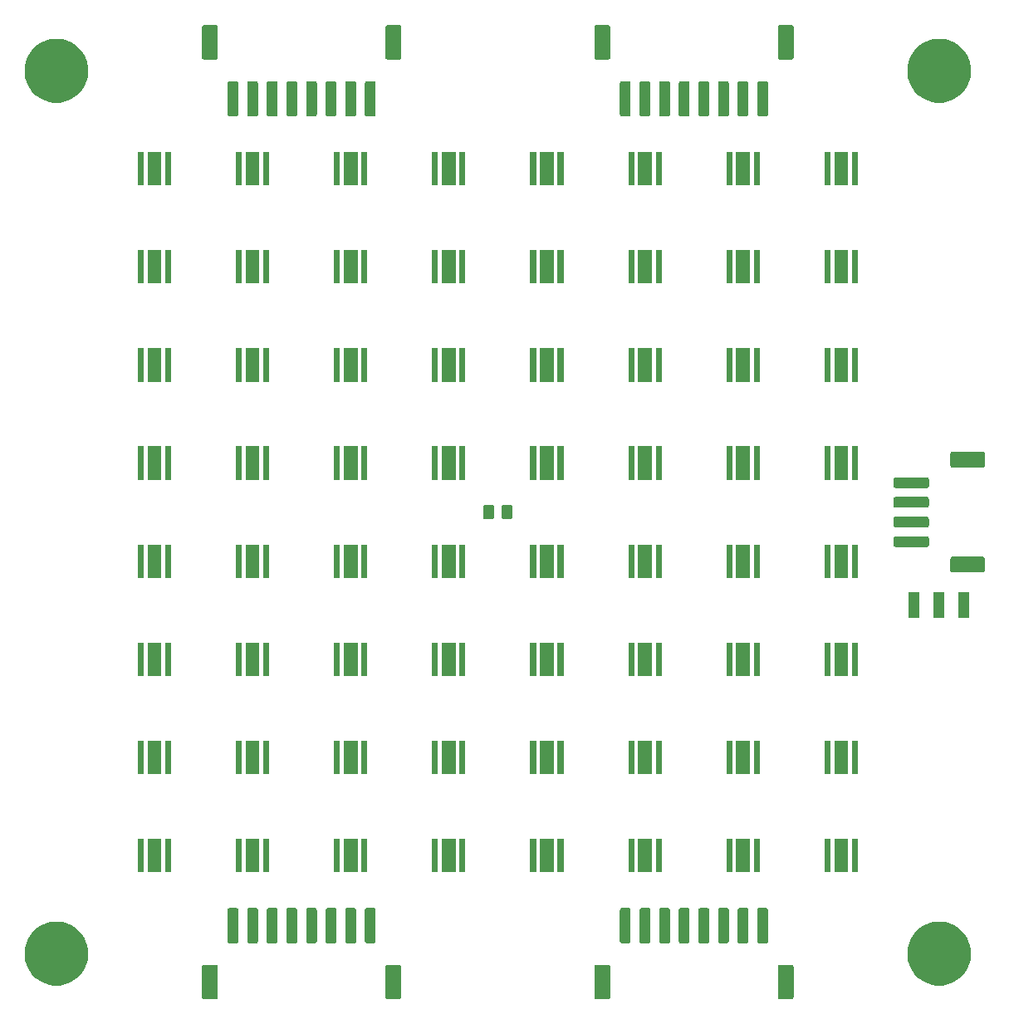
<source format=gbr>
G04 #@! TF.GenerationSoftware,KiCad,Pcbnew,(5.1.5)-3*
G04 #@! TF.CreationDate,2020-05-05T12:11:31+02:00*
G04 #@! TF.ProjectId,led_board,6c65645f-626f-4617-9264-2e6b69636164,rev?*
G04 #@! TF.SameCoordinates,Original*
G04 #@! TF.FileFunction,Soldermask,Top*
G04 #@! TF.FilePolarity,Negative*
%FSLAX46Y46*%
G04 Gerber Fmt 4.6, Leading zero omitted, Abs format (unit mm)*
G04 Created by KiCad (PCBNEW (5.1.5)-3) date 2020-05-05 12:11:31*
%MOMM*%
%LPD*%
G04 APERTURE LIST*
%ADD10C,0.100000*%
G04 APERTURE END LIST*
D10*
G36*
X280003048Y-156153122D02*
G01*
X280037387Y-156163539D01*
X280069036Y-156180456D01*
X280096778Y-156203222D01*
X280119544Y-156230964D01*
X280136461Y-156262613D01*
X280146878Y-156296952D01*
X280151000Y-156338807D01*
X280151000Y-159461193D01*
X280146878Y-159503048D01*
X280136461Y-159537387D01*
X280119544Y-159569036D01*
X280096778Y-159596778D01*
X280069036Y-159619544D01*
X280037387Y-159636461D01*
X280003048Y-159646878D01*
X279961193Y-159651000D01*
X278738807Y-159651000D01*
X278696952Y-159646878D01*
X278662613Y-159636461D01*
X278630964Y-159619544D01*
X278603222Y-159596778D01*
X278580456Y-159569036D01*
X278563539Y-159537387D01*
X278553122Y-159503048D01*
X278549000Y-159461193D01*
X278549000Y-156338807D01*
X278553122Y-156296952D01*
X278563539Y-156262613D01*
X278580456Y-156230964D01*
X278603222Y-156203222D01*
X278630964Y-156180456D01*
X278662613Y-156163539D01*
X278696952Y-156153122D01*
X278738807Y-156149000D01*
X279961193Y-156149000D01*
X280003048Y-156153122D01*
G37*
G36*
X261303048Y-156153122D02*
G01*
X261337387Y-156163539D01*
X261369036Y-156180456D01*
X261396778Y-156203222D01*
X261419544Y-156230964D01*
X261436461Y-156262613D01*
X261446878Y-156296952D01*
X261451000Y-156338807D01*
X261451000Y-159461193D01*
X261446878Y-159503048D01*
X261436461Y-159537387D01*
X261419544Y-159569036D01*
X261396778Y-159596778D01*
X261369036Y-159619544D01*
X261337387Y-159636461D01*
X261303048Y-159646878D01*
X261261193Y-159651000D01*
X260038807Y-159651000D01*
X259996952Y-159646878D01*
X259962613Y-159636461D01*
X259930964Y-159619544D01*
X259903222Y-159596778D01*
X259880456Y-159569036D01*
X259863539Y-159537387D01*
X259853122Y-159503048D01*
X259849000Y-159461193D01*
X259849000Y-156338807D01*
X259853122Y-156296952D01*
X259863539Y-156262613D01*
X259880456Y-156230964D01*
X259903222Y-156203222D01*
X259930964Y-156180456D01*
X259962613Y-156163539D01*
X259996952Y-156153122D01*
X260038807Y-156149000D01*
X261261193Y-156149000D01*
X261303048Y-156153122D01*
G37*
G36*
X221303048Y-156153122D02*
G01*
X221337387Y-156163539D01*
X221369036Y-156180456D01*
X221396778Y-156203222D01*
X221419544Y-156230964D01*
X221436461Y-156262613D01*
X221446878Y-156296952D01*
X221451000Y-156338807D01*
X221451000Y-159461193D01*
X221446878Y-159503048D01*
X221436461Y-159537387D01*
X221419544Y-159569036D01*
X221396778Y-159596778D01*
X221369036Y-159619544D01*
X221337387Y-159636461D01*
X221303048Y-159646878D01*
X221261193Y-159651000D01*
X220038807Y-159651000D01*
X219996952Y-159646878D01*
X219962613Y-159636461D01*
X219930964Y-159619544D01*
X219903222Y-159596778D01*
X219880456Y-159569036D01*
X219863539Y-159537387D01*
X219853122Y-159503048D01*
X219849000Y-159461193D01*
X219849000Y-156338807D01*
X219853122Y-156296952D01*
X219863539Y-156262613D01*
X219880456Y-156230964D01*
X219903222Y-156203222D01*
X219930964Y-156180456D01*
X219962613Y-156163539D01*
X219996952Y-156153122D01*
X220038807Y-156149000D01*
X221261193Y-156149000D01*
X221303048Y-156153122D01*
G37*
G36*
X240003048Y-156153122D02*
G01*
X240037387Y-156163539D01*
X240069036Y-156180456D01*
X240096778Y-156203222D01*
X240119544Y-156230964D01*
X240136461Y-156262613D01*
X240146878Y-156296952D01*
X240151000Y-156338807D01*
X240151000Y-159461193D01*
X240146878Y-159503048D01*
X240136461Y-159537387D01*
X240119544Y-159569036D01*
X240096778Y-159596778D01*
X240069036Y-159619544D01*
X240037387Y-159636461D01*
X240003048Y-159646878D01*
X239961193Y-159651000D01*
X238738807Y-159651000D01*
X238696952Y-159646878D01*
X238662613Y-159636461D01*
X238630964Y-159619544D01*
X238603222Y-159596778D01*
X238580456Y-159569036D01*
X238563539Y-159537387D01*
X238553122Y-159503048D01*
X238549000Y-159461193D01*
X238549000Y-156338807D01*
X238553122Y-156296952D01*
X238563539Y-156262613D01*
X238580456Y-156230964D01*
X238603222Y-156203222D01*
X238630964Y-156180456D01*
X238662613Y-156163539D01*
X238696952Y-156153122D01*
X238738807Y-156149000D01*
X239961193Y-156149000D01*
X240003048Y-156153122D01*
G37*
G36*
X295634239Y-151811467D02*
G01*
X295948282Y-151873934D01*
X296539926Y-152119001D01*
X297072392Y-152474784D01*
X297525216Y-152927608D01*
X297880999Y-153460074D01*
X298077399Y-153934226D01*
X298126066Y-154051719D01*
X298251000Y-154679803D01*
X298251000Y-155320197D01*
X298188533Y-155634239D01*
X298126066Y-155948282D01*
X297880999Y-156539926D01*
X297525216Y-157072392D01*
X297072392Y-157525216D01*
X296539926Y-157880999D01*
X295948282Y-158126066D01*
X295634239Y-158188533D01*
X295320197Y-158251000D01*
X294679803Y-158251000D01*
X294365761Y-158188533D01*
X294051718Y-158126066D01*
X293460074Y-157880999D01*
X292927608Y-157525216D01*
X292474784Y-157072392D01*
X292119001Y-156539926D01*
X291873934Y-155948282D01*
X291811467Y-155634239D01*
X291749000Y-155320197D01*
X291749000Y-154679803D01*
X291873934Y-154051719D01*
X291922601Y-153934226D01*
X292119001Y-153460074D01*
X292474784Y-152927608D01*
X292927608Y-152474784D01*
X293460074Y-152119001D01*
X294051718Y-151873934D01*
X294365761Y-151811467D01*
X294679803Y-151749000D01*
X295320197Y-151749000D01*
X295634239Y-151811467D01*
G37*
G36*
X205634239Y-151811467D02*
G01*
X205948282Y-151873934D01*
X206539926Y-152119001D01*
X207072392Y-152474784D01*
X207525216Y-152927608D01*
X207880999Y-153460074D01*
X208077399Y-153934226D01*
X208126066Y-154051719D01*
X208251000Y-154679803D01*
X208251000Y-155320197D01*
X208188533Y-155634239D01*
X208126066Y-155948282D01*
X207880999Y-156539926D01*
X207525216Y-157072392D01*
X207072392Y-157525216D01*
X206539926Y-157880999D01*
X205948282Y-158126066D01*
X205634239Y-158188533D01*
X205320197Y-158251000D01*
X204679803Y-158251000D01*
X204365761Y-158188533D01*
X204051718Y-158126066D01*
X203460074Y-157880999D01*
X202927608Y-157525216D01*
X202474784Y-157072392D01*
X202119001Y-156539926D01*
X201873934Y-155948282D01*
X201811467Y-155634239D01*
X201749000Y-155320197D01*
X201749000Y-154679803D01*
X201873934Y-154051719D01*
X201922601Y-153934226D01*
X202119001Y-153460074D01*
X202474784Y-152927608D01*
X202927608Y-152474784D01*
X203460074Y-152119001D01*
X204051718Y-151873934D01*
X204365761Y-151811467D01*
X204679803Y-151749000D01*
X205320197Y-151749000D01*
X205634239Y-151811467D01*
G37*
G36*
X229379434Y-150353686D02*
G01*
X229419284Y-150365774D01*
X229455999Y-150385399D01*
X229488186Y-150411814D01*
X229514601Y-150444001D01*
X229534226Y-150480716D01*
X229546314Y-150520566D01*
X229551000Y-150568141D01*
X229551000Y-153731859D01*
X229546314Y-153779434D01*
X229534226Y-153819284D01*
X229514601Y-153855999D01*
X229488186Y-153888186D01*
X229455999Y-153914601D01*
X229419284Y-153934226D01*
X229379434Y-153946314D01*
X229331859Y-153951000D01*
X228668141Y-153951000D01*
X228620566Y-153946314D01*
X228580716Y-153934226D01*
X228544001Y-153914601D01*
X228511814Y-153888186D01*
X228485399Y-153855999D01*
X228465774Y-153819284D01*
X228453686Y-153779434D01*
X228449000Y-153731859D01*
X228449000Y-150568141D01*
X228453686Y-150520566D01*
X228465774Y-150480716D01*
X228485399Y-150444001D01*
X228511814Y-150411814D01*
X228544001Y-150385399D01*
X228580716Y-150365774D01*
X228620566Y-150353686D01*
X228668141Y-150349000D01*
X229331859Y-150349000D01*
X229379434Y-150353686D01*
G37*
G36*
X223379434Y-150353686D02*
G01*
X223419284Y-150365774D01*
X223455999Y-150385399D01*
X223488186Y-150411814D01*
X223514601Y-150444001D01*
X223534226Y-150480716D01*
X223546314Y-150520566D01*
X223551000Y-150568141D01*
X223551000Y-153731859D01*
X223546314Y-153779434D01*
X223534226Y-153819284D01*
X223514601Y-153855999D01*
X223488186Y-153888186D01*
X223455999Y-153914601D01*
X223419284Y-153934226D01*
X223379434Y-153946314D01*
X223331859Y-153951000D01*
X222668141Y-153951000D01*
X222620566Y-153946314D01*
X222580716Y-153934226D01*
X222544001Y-153914601D01*
X222511814Y-153888186D01*
X222485399Y-153855999D01*
X222465774Y-153819284D01*
X222453686Y-153779434D01*
X222449000Y-153731859D01*
X222449000Y-150568141D01*
X222453686Y-150520566D01*
X222465774Y-150480716D01*
X222485399Y-150444001D01*
X222511814Y-150411814D01*
X222544001Y-150385399D01*
X222580716Y-150365774D01*
X222620566Y-150353686D01*
X222668141Y-150349000D01*
X223331859Y-150349000D01*
X223379434Y-150353686D01*
G37*
G36*
X225379434Y-150353686D02*
G01*
X225419284Y-150365774D01*
X225455999Y-150385399D01*
X225488186Y-150411814D01*
X225514601Y-150444001D01*
X225534226Y-150480716D01*
X225546314Y-150520566D01*
X225551000Y-150568141D01*
X225551000Y-153731859D01*
X225546314Y-153779434D01*
X225534226Y-153819284D01*
X225514601Y-153855999D01*
X225488186Y-153888186D01*
X225455999Y-153914601D01*
X225419284Y-153934226D01*
X225379434Y-153946314D01*
X225331859Y-153951000D01*
X224668141Y-153951000D01*
X224620566Y-153946314D01*
X224580716Y-153934226D01*
X224544001Y-153914601D01*
X224511814Y-153888186D01*
X224485399Y-153855999D01*
X224465774Y-153819284D01*
X224453686Y-153779434D01*
X224449000Y-153731859D01*
X224449000Y-150568141D01*
X224453686Y-150520566D01*
X224465774Y-150480716D01*
X224485399Y-150444001D01*
X224511814Y-150411814D01*
X224544001Y-150385399D01*
X224580716Y-150365774D01*
X224620566Y-150353686D01*
X224668141Y-150349000D01*
X225331859Y-150349000D01*
X225379434Y-150353686D01*
G37*
G36*
X227379434Y-150353686D02*
G01*
X227419284Y-150365774D01*
X227455999Y-150385399D01*
X227488186Y-150411814D01*
X227514601Y-150444001D01*
X227534226Y-150480716D01*
X227546314Y-150520566D01*
X227551000Y-150568141D01*
X227551000Y-153731859D01*
X227546314Y-153779434D01*
X227534226Y-153819284D01*
X227514601Y-153855999D01*
X227488186Y-153888186D01*
X227455999Y-153914601D01*
X227419284Y-153934226D01*
X227379434Y-153946314D01*
X227331859Y-153951000D01*
X226668141Y-153951000D01*
X226620566Y-153946314D01*
X226580716Y-153934226D01*
X226544001Y-153914601D01*
X226511814Y-153888186D01*
X226485399Y-153855999D01*
X226465774Y-153819284D01*
X226453686Y-153779434D01*
X226449000Y-153731859D01*
X226449000Y-150568141D01*
X226453686Y-150520566D01*
X226465774Y-150480716D01*
X226485399Y-150444001D01*
X226511814Y-150411814D01*
X226544001Y-150385399D01*
X226580716Y-150365774D01*
X226620566Y-150353686D01*
X226668141Y-150349000D01*
X227331859Y-150349000D01*
X227379434Y-150353686D01*
G37*
G36*
X231379434Y-150353686D02*
G01*
X231419284Y-150365774D01*
X231455999Y-150385399D01*
X231488186Y-150411814D01*
X231514601Y-150444001D01*
X231534226Y-150480716D01*
X231546314Y-150520566D01*
X231551000Y-150568141D01*
X231551000Y-153731859D01*
X231546314Y-153779434D01*
X231534226Y-153819284D01*
X231514601Y-153855999D01*
X231488186Y-153888186D01*
X231455999Y-153914601D01*
X231419284Y-153934226D01*
X231379434Y-153946314D01*
X231331859Y-153951000D01*
X230668141Y-153951000D01*
X230620566Y-153946314D01*
X230580716Y-153934226D01*
X230544001Y-153914601D01*
X230511814Y-153888186D01*
X230485399Y-153855999D01*
X230465774Y-153819284D01*
X230453686Y-153779434D01*
X230449000Y-153731859D01*
X230449000Y-150568141D01*
X230453686Y-150520566D01*
X230465774Y-150480716D01*
X230485399Y-150444001D01*
X230511814Y-150411814D01*
X230544001Y-150385399D01*
X230580716Y-150365774D01*
X230620566Y-150353686D01*
X230668141Y-150349000D01*
X231331859Y-150349000D01*
X231379434Y-150353686D01*
G37*
G36*
X233379434Y-150353686D02*
G01*
X233419284Y-150365774D01*
X233455999Y-150385399D01*
X233488186Y-150411814D01*
X233514601Y-150444001D01*
X233534226Y-150480716D01*
X233546314Y-150520566D01*
X233551000Y-150568141D01*
X233551000Y-153731859D01*
X233546314Y-153779434D01*
X233534226Y-153819284D01*
X233514601Y-153855999D01*
X233488186Y-153888186D01*
X233455999Y-153914601D01*
X233419284Y-153934226D01*
X233379434Y-153946314D01*
X233331859Y-153951000D01*
X232668141Y-153951000D01*
X232620566Y-153946314D01*
X232580716Y-153934226D01*
X232544001Y-153914601D01*
X232511814Y-153888186D01*
X232485399Y-153855999D01*
X232465774Y-153819284D01*
X232453686Y-153779434D01*
X232449000Y-153731859D01*
X232449000Y-150568141D01*
X232453686Y-150520566D01*
X232465774Y-150480716D01*
X232485399Y-150444001D01*
X232511814Y-150411814D01*
X232544001Y-150385399D01*
X232580716Y-150365774D01*
X232620566Y-150353686D01*
X232668141Y-150349000D01*
X233331859Y-150349000D01*
X233379434Y-150353686D01*
G37*
G36*
X235379434Y-150353686D02*
G01*
X235419284Y-150365774D01*
X235455999Y-150385399D01*
X235488186Y-150411814D01*
X235514601Y-150444001D01*
X235534226Y-150480716D01*
X235546314Y-150520566D01*
X235551000Y-150568141D01*
X235551000Y-153731859D01*
X235546314Y-153779434D01*
X235534226Y-153819284D01*
X235514601Y-153855999D01*
X235488186Y-153888186D01*
X235455999Y-153914601D01*
X235419284Y-153934226D01*
X235379434Y-153946314D01*
X235331859Y-153951000D01*
X234668141Y-153951000D01*
X234620566Y-153946314D01*
X234580716Y-153934226D01*
X234544001Y-153914601D01*
X234511814Y-153888186D01*
X234485399Y-153855999D01*
X234465774Y-153819284D01*
X234453686Y-153779434D01*
X234449000Y-153731859D01*
X234449000Y-150568141D01*
X234453686Y-150520566D01*
X234465774Y-150480716D01*
X234485399Y-150444001D01*
X234511814Y-150411814D01*
X234544001Y-150385399D01*
X234580716Y-150365774D01*
X234620566Y-150353686D01*
X234668141Y-150349000D01*
X235331859Y-150349000D01*
X235379434Y-150353686D01*
G37*
G36*
X237379434Y-150353686D02*
G01*
X237419284Y-150365774D01*
X237455999Y-150385399D01*
X237488186Y-150411814D01*
X237514601Y-150444001D01*
X237534226Y-150480716D01*
X237546314Y-150520566D01*
X237551000Y-150568141D01*
X237551000Y-153731859D01*
X237546314Y-153779434D01*
X237534226Y-153819284D01*
X237514601Y-153855999D01*
X237488186Y-153888186D01*
X237455999Y-153914601D01*
X237419284Y-153934226D01*
X237379434Y-153946314D01*
X237331859Y-153951000D01*
X236668141Y-153951000D01*
X236620566Y-153946314D01*
X236580716Y-153934226D01*
X236544001Y-153914601D01*
X236511814Y-153888186D01*
X236485399Y-153855999D01*
X236465774Y-153819284D01*
X236453686Y-153779434D01*
X236449000Y-153731859D01*
X236449000Y-150568141D01*
X236453686Y-150520566D01*
X236465774Y-150480716D01*
X236485399Y-150444001D01*
X236511814Y-150411814D01*
X236544001Y-150385399D01*
X236580716Y-150365774D01*
X236620566Y-150353686D01*
X236668141Y-150349000D01*
X237331859Y-150349000D01*
X237379434Y-150353686D01*
G37*
G36*
X265379434Y-150353686D02*
G01*
X265419284Y-150365774D01*
X265455999Y-150385399D01*
X265488186Y-150411814D01*
X265514601Y-150444001D01*
X265534226Y-150480716D01*
X265546314Y-150520566D01*
X265551000Y-150568141D01*
X265551000Y-153731859D01*
X265546314Y-153779434D01*
X265534226Y-153819284D01*
X265514601Y-153855999D01*
X265488186Y-153888186D01*
X265455999Y-153914601D01*
X265419284Y-153934226D01*
X265379434Y-153946314D01*
X265331859Y-153951000D01*
X264668141Y-153951000D01*
X264620566Y-153946314D01*
X264580716Y-153934226D01*
X264544001Y-153914601D01*
X264511814Y-153888186D01*
X264485399Y-153855999D01*
X264465774Y-153819284D01*
X264453686Y-153779434D01*
X264449000Y-153731859D01*
X264449000Y-150568141D01*
X264453686Y-150520566D01*
X264465774Y-150480716D01*
X264485399Y-150444001D01*
X264511814Y-150411814D01*
X264544001Y-150385399D01*
X264580716Y-150365774D01*
X264620566Y-150353686D01*
X264668141Y-150349000D01*
X265331859Y-150349000D01*
X265379434Y-150353686D01*
G37*
G36*
X267379434Y-150353686D02*
G01*
X267419284Y-150365774D01*
X267455999Y-150385399D01*
X267488186Y-150411814D01*
X267514601Y-150444001D01*
X267534226Y-150480716D01*
X267546314Y-150520566D01*
X267551000Y-150568141D01*
X267551000Y-153731859D01*
X267546314Y-153779434D01*
X267534226Y-153819284D01*
X267514601Y-153855999D01*
X267488186Y-153888186D01*
X267455999Y-153914601D01*
X267419284Y-153934226D01*
X267379434Y-153946314D01*
X267331859Y-153951000D01*
X266668141Y-153951000D01*
X266620566Y-153946314D01*
X266580716Y-153934226D01*
X266544001Y-153914601D01*
X266511814Y-153888186D01*
X266485399Y-153855999D01*
X266465774Y-153819284D01*
X266453686Y-153779434D01*
X266449000Y-153731859D01*
X266449000Y-150568141D01*
X266453686Y-150520566D01*
X266465774Y-150480716D01*
X266485399Y-150444001D01*
X266511814Y-150411814D01*
X266544001Y-150385399D01*
X266580716Y-150365774D01*
X266620566Y-150353686D01*
X266668141Y-150349000D01*
X267331859Y-150349000D01*
X267379434Y-150353686D01*
G37*
G36*
X269379434Y-150353686D02*
G01*
X269419284Y-150365774D01*
X269455999Y-150385399D01*
X269488186Y-150411814D01*
X269514601Y-150444001D01*
X269534226Y-150480716D01*
X269546314Y-150520566D01*
X269551000Y-150568141D01*
X269551000Y-153731859D01*
X269546314Y-153779434D01*
X269534226Y-153819284D01*
X269514601Y-153855999D01*
X269488186Y-153888186D01*
X269455999Y-153914601D01*
X269419284Y-153934226D01*
X269379434Y-153946314D01*
X269331859Y-153951000D01*
X268668141Y-153951000D01*
X268620566Y-153946314D01*
X268580716Y-153934226D01*
X268544001Y-153914601D01*
X268511814Y-153888186D01*
X268485399Y-153855999D01*
X268465774Y-153819284D01*
X268453686Y-153779434D01*
X268449000Y-153731859D01*
X268449000Y-150568141D01*
X268453686Y-150520566D01*
X268465774Y-150480716D01*
X268485399Y-150444001D01*
X268511814Y-150411814D01*
X268544001Y-150385399D01*
X268580716Y-150365774D01*
X268620566Y-150353686D01*
X268668141Y-150349000D01*
X269331859Y-150349000D01*
X269379434Y-150353686D01*
G37*
G36*
X263379434Y-150353686D02*
G01*
X263419284Y-150365774D01*
X263455999Y-150385399D01*
X263488186Y-150411814D01*
X263514601Y-150444001D01*
X263534226Y-150480716D01*
X263546314Y-150520566D01*
X263551000Y-150568141D01*
X263551000Y-153731859D01*
X263546314Y-153779434D01*
X263534226Y-153819284D01*
X263514601Y-153855999D01*
X263488186Y-153888186D01*
X263455999Y-153914601D01*
X263419284Y-153934226D01*
X263379434Y-153946314D01*
X263331859Y-153951000D01*
X262668141Y-153951000D01*
X262620566Y-153946314D01*
X262580716Y-153934226D01*
X262544001Y-153914601D01*
X262511814Y-153888186D01*
X262485399Y-153855999D01*
X262465774Y-153819284D01*
X262453686Y-153779434D01*
X262449000Y-153731859D01*
X262449000Y-150568141D01*
X262453686Y-150520566D01*
X262465774Y-150480716D01*
X262485399Y-150444001D01*
X262511814Y-150411814D01*
X262544001Y-150385399D01*
X262580716Y-150365774D01*
X262620566Y-150353686D01*
X262668141Y-150349000D01*
X263331859Y-150349000D01*
X263379434Y-150353686D01*
G37*
G36*
X271379434Y-150353686D02*
G01*
X271419284Y-150365774D01*
X271455999Y-150385399D01*
X271488186Y-150411814D01*
X271514601Y-150444001D01*
X271534226Y-150480716D01*
X271546314Y-150520566D01*
X271551000Y-150568141D01*
X271551000Y-153731859D01*
X271546314Y-153779434D01*
X271534226Y-153819284D01*
X271514601Y-153855999D01*
X271488186Y-153888186D01*
X271455999Y-153914601D01*
X271419284Y-153934226D01*
X271379434Y-153946314D01*
X271331859Y-153951000D01*
X270668141Y-153951000D01*
X270620566Y-153946314D01*
X270580716Y-153934226D01*
X270544001Y-153914601D01*
X270511814Y-153888186D01*
X270485399Y-153855999D01*
X270465774Y-153819284D01*
X270453686Y-153779434D01*
X270449000Y-153731859D01*
X270449000Y-150568141D01*
X270453686Y-150520566D01*
X270465774Y-150480716D01*
X270485399Y-150444001D01*
X270511814Y-150411814D01*
X270544001Y-150385399D01*
X270580716Y-150365774D01*
X270620566Y-150353686D01*
X270668141Y-150349000D01*
X271331859Y-150349000D01*
X271379434Y-150353686D01*
G37*
G36*
X273379434Y-150353686D02*
G01*
X273419284Y-150365774D01*
X273455999Y-150385399D01*
X273488186Y-150411814D01*
X273514601Y-150444001D01*
X273534226Y-150480716D01*
X273546314Y-150520566D01*
X273551000Y-150568141D01*
X273551000Y-153731859D01*
X273546314Y-153779434D01*
X273534226Y-153819284D01*
X273514601Y-153855999D01*
X273488186Y-153888186D01*
X273455999Y-153914601D01*
X273419284Y-153934226D01*
X273379434Y-153946314D01*
X273331859Y-153951000D01*
X272668141Y-153951000D01*
X272620566Y-153946314D01*
X272580716Y-153934226D01*
X272544001Y-153914601D01*
X272511814Y-153888186D01*
X272485399Y-153855999D01*
X272465774Y-153819284D01*
X272453686Y-153779434D01*
X272449000Y-153731859D01*
X272449000Y-150568141D01*
X272453686Y-150520566D01*
X272465774Y-150480716D01*
X272485399Y-150444001D01*
X272511814Y-150411814D01*
X272544001Y-150385399D01*
X272580716Y-150365774D01*
X272620566Y-150353686D01*
X272668141Y-150349000D01*
X273331859Y-150349000D01*
X273379434Y-150353686D01*
G37*
G36*
X275379434Y-150353686D02*
G01*
X275419284Y-150365774D01*
X275455999Y-150385399D01*
X275488186Y-150411814D01*
X275514601Y-150444001D01*
X275534226Y-150480716D01*
X275546314Y-150520566D01*
X275551000Y-150568141D01*
X275551000Y-153731859D01*
X275546314Y-153779434D01*
X275534226Y-153819284D01*
X275514601Y-153855999D01*
X275488186Y-153888186D01*
X275455999Y-153914601D01*
X275419284Y-153934226D01*
X275379434Y-153946314D01*
X275331859Y-153951000D01*
X274668141Y-153951000D01*
X274620566Y-153946314D01*
X274580716Y-153934226D01*
X274544001Y-153914601D01*
X274511814Y-153888186D01*
X274485399Y-153855999D01*
X274465774Y-153819284D01*
X274453686Y-153779434D01*
X274449000Y-153731859D01*
X274449000Y-150568141D01*
X274453686Y-150520566D01*
X274465774Y-150480716D01*
X274485399Y-150444001D01*
X274511814Y-150411814D01*
X274544001Y-150385399D01*
X274580716Y-150365774D01*
X274620566Y-150353686D01*
X274668141Y-150349000D01*
X275331859Y-150349000D01*
X275379434Y-150353686D01*
G37*
G36*
X277379434Y-150353686D02*
G01*
X277419284Y-150365774D01*
X277455999Y-150385399D01*
X277488186Y-150411814D01*
X277514601Y-150444001D01*
X277534226Y-150480716D01*
X277546314Y-150520566D01*
X277551000Y-150568141D01*
X277551000Y-153731859D01*
X277546314Y-153779434D01*
X277534226Y-153819284D01*
X277514601Y-153855999D01*
X277488186Y-153888186D01*
X277455999Y-153914601D01*
X277419284Y-153934226D01*
X277379434Y-153946314D01*
X277331859Y-153951000D01*
X276668141Y-153951000D01*
X276620566Y-153946314D01*
X276580716Y-153934226D01*
X276544001Y-153914601D01*
X276511814Y-153888186D01*
X276485399Y-153855999D01*
X276465774Y-153819284D01*
X276453686Y-153779434D01*
X276449000Y-153731859D01*
X276449000Y-150568141D01*
X276453686Y-150520566D01*
X276465774Y-150480716D01*
X276485399Y-150444001D01*
X276511814Y-150411814D01*
X276544001Y-150385399D01*
X276580716Y-150365774D01*
X276620566Y-150353686D01*
X276668141Y-150349000D01*
X277331859Y-150349000D01*
X277379434Y-150353686D01*
G37*
G36*
X253901000Y-146701000D02*
G01*
X253299000Y-146701000D01*
X253299000Y-143299000D01*
X253901000Y-143299000D01*
X253901000Y-146701000D01*
G37*
G36*
X246701000Y-146701000D02*
G01*
X246099000Y-146701000D01*
X246099000Y-143299000D01*
X246701000Y-143299000D01*
X246701000Y-146701000D01*
G37*
G36*
X243901000Y-146701000D02*
G01*
X243299000Y-146701000D01*
X243299000Y-143299000D01*
X243901000Y-143299000D01*
X243901000Y-146701000D01*
G37*
G36*
X236701000Y-146701000D02*
G01*
X236099000Y-146701000D01*
X236099000Y-143299000D01*
X236701000Y-143299000D01*
X236701000Y-146701000D01*
G37*
G36*
X215701000Y-146701000D02*
G01*
X214299000Y-146701000D01*
X214299000Y-143299000D01*
X215701000Y-143299000D01*
X215701000Y-146701000D01*
G37*
G36*
X213901000Y-146701000D02*
G01*
X213299000Y-146701000D01*
X213299000Y-143299000D01*
X213901000Y-143299000D01*
X213901000Y-146701000D01*
G37*
G36*
X216701000Y-146701000D02*
G01*
X216099000Y-146701000D01*
X216099000Y-143299000D01*
X216701000Y-143299000D01*
X216701000Y-146701000D01*
G37*
G36*
X226701000Y-146701000D02*
G01*
X226099000Y-146701000D01*
X226099000Y-143299000D01*
X226701000Y-143299000D01*
X226701000Y-146701000D01*
G37*
G36*
X223901000Y-146701000D02*
G01*
X223299000Y-146701000D01*
X223299000Y-143299000D01*
X223901000Y-143299000D01*
X223901000Y-146701000D01*
G37*
G36*
X225701000Y-146701000D02*
G01*
X224299000Y-146701000D01*
X224299000Y-143299000D01*
X225701000Y-143299000D01*
X225701000Y-146701000D01*
G37*
G36*
X233901000Y-146701000D02*
G01*
X233299000Y-146701000D01*
X233299000Y-143299000D01*
X233901000Y-143299000D01*
X233901000Y-146701000D01*
G37*
G36*
X286701000Y-146701000D02*
G01*
X286099000Y-146701000D01*
X286099000Y-143299000D01*
X286701000Y-143299000D01*
X286701000Y-146701000D01*
G37*
G36*
X266701000Y-146701000D02*
G01*
X266099000Y-146701000D01*
X266099000Y-143299000D01*
X266701000Y-143299000D01*
X266701000Y-146701000D01*
G37*
G36*
X276701000Y-146701000D02*
G01*
X276099000Y-146701000D01*
X276099000Y-143299000D01*
X276701000Y-143299000D01*
X276701000Y-146701000D01*
G37*
G36*
X265701000Y-146701000D02*
G01*
X264299000Y-146701000D01*
X264299000Y-143299000D01*
X265701000Y-143299000D01*
X265701000Y-146701000D01*
G37*
G36*
X255701000Y-146701000D02*
G01*
X254299000Y-146701000D01*
X254299000Y-143299000D01*
X255701000Y-143299000D01*
X255701000Y-146701000D01*
G37*
G36*
X263901000Y-146701000D02*
G01*
X263299000Y-146701000D01*
X263299000Y-143299000D01*
X263901000Y-143299000D01*
X263901000Y-146701000D01*
G37*
G36*
X245701000Y-146701000D02*
G01*
X244299000Y-146701000D01*
X244299000Y-143299000D01*
X245701000Y-143299000D01*
X245701000Y-146701000D01*
G37*
G36*
X273901000Y-146701000D02*
G01*
X273299000Y-146701000D01*
X273299000Y-143299000D01*
X273901000Y-143299000D01*
X273901000Y-146701000D01*
G37*
G36*
X275701000Y-146701000D02*
G01*
X274299000Y-146701000D01*
X274299000Y-143299000D01*
X275701000Y-143299000D01*
X275701000Y-146701000D01*
G37*
G36*
X256701000Y-146701000D02*
G01*
X256099000Y-146701000D01*
X256099000Y-143299000D01*
X256701000Y-143299000D01*
X256701000Y-146701000D01*
G37*
G36*
X283901000Y-146701000D02*
G01*
X283299000Y-146701000D01*
X283299000Y-143299000D01*
X283901000Y-143299000D01*
X283901000Y-146701000D01*
G37*
G36*
X285701000Y-146701000D02*
G01*
X284299000Y-146701000D01*
X284299000Y-143299000D01*
X285701000Y-143299000D01*
X285701000Y-146701000D01*
G37*
G36*
X235701000Y-146701000D02*
G01*
X234299000Y-146701000D01*
X234299000Y-143299000D01*
X235701000Y-143299000D01*
X235701000Y-146701000D01*
G37*
G36*
X266701000Y-136701000D02*
G01*
X266099000Y-136701000D01*
X266099000Y-133299000D01*
X266701000Y-133299000D01*
X266701000Y-136701000D01*
G37*
G36*
X263901000Y-136701000D02*
G01*
X263299000Y-136701000D01*
X263299000Y-133299000D01*
X263901000Y-133299000D01*
X263901000Y-136701000D01*
G37*
G36*
X265701000Y-136701000D02*
G01*
X264299000Y-136701000D01*
X264299000Y-133299000D01*
X265701000Y-133299000D01*
X265701000Y-136701000D01*
G37*
G36*
X256701000Y-136701000D02*
G01*
X256099000Y-136701000D01*
X256099000Y-133299000D01*
X256701000Y-133299000D01*
X256701000Y-136701000D01*
G37*
G36*
X253901000Y-136701000D02*
G01*
X253299000Y-136701000D01*
X253299000Y-133299000D01*
X253901000Y-133299000D01*
X253901000Y-136701000D01*
G37*
G36*
X246701000Y-136701000D02*
G01*
X246099000Y-136701000D01*
X246099000Y-133299000D01*
X246701000Y-133299000D01*
X246701000Y-136701000D01*
G37*
G36*
X243901000Y-136701000D02*
G01*
X243299000Y-136701000D01*
X243299000Y-133299000D01*
X243901000Y-133299000D01*
X243901000Y-136701000D01*
G37*
G36*
X245701000Y-136701000D02*
G01*
X244299000Y-136701000D01*
X244299000Y-133299000D01*
X245701000Y-133299000D01*
X245701000Y-136701000D01*
G37*
G36*
X236701000Y-136701000D02*
G01*
X236099000Y-136701000D01*
X236099000Y-133299000D01*
X236701000Y-133299000D01*
X236701000Y-136701000D01*
G37*
G36*
X233901000Y-136701000D02*
G01*
X233299000Y-136701000D01*
X233299000Y-133299000D01*
X233901000Y-133299000D01*
X233901000Y-136701000D01*
G37*
G36*
X235701000Y-136701000D02*
G01*
X234299000Y-136701000D01*
X234299000Y-133299000D01*
X235701000Y-133299000D01*
X235701000Y-136701000D01*
G37*
G36*
X255701000Y-136701000D02*
G01*
X254299000Y-136701000D01*
X254299000Y-133299000D01*
X255701000Y-133299000D01*
X255701000Y-136701000D01*
G37*
G36*
X273901000Y-136701000D02*
G01*
X273299000Y-136701000D01*
X273299000Y-133299000D01*
X273901000Y-133299000D01*
X273901000Y-136701000D01*
G37*
G36*
X275701000Y-136701000D02*
G01*
X274299000Y-136701000D01*
X274299000Y-133299000D01*
X275701000Y-133299000D01*
X275701000Y-136701000D01*
G37*
G36*
X285701000Y-136701000D02*
G01*
X284299000Y-136701000D01*
X284299000Y-133299000D01*
X285701000Y-133299000D01*
X285701000Y-136701000D01*
G37*
G36*
X226701000Y-136701000D02*
G01*
X226099000Y-136701000D01*
X226099000Y-133299000D01*
X226701000Y-133299000D01*
X226701000Y-136701000D01*
G37*
G36*
X283901000Y-136701000D02*
G01*
X283299000Y-136701000D01*
X283299000Y-133299000D01*
X283901000Y-133299000D01*
X283901000Y-136701000D01*
G37*
G36*
X286701000Y-136701000D02*
G01*
X286099000Y-136701000D01*
X286099000Y-133299000D01*
X286701000Y-133299000D01*
X286701000Y-136701000D01*
G37*
G36*
X223901000Y-136701000D02*
G01*
X223299000Y-136701000D01*
X223299000Y-133299000D01*
X223901000Y-133299000D01*
X223901000Y-136701000D01*
G37*
G36*
X225701000Y-136701000D02*
G01*
X224299000Y-136701000D01*
X224299000Y-133299000D01*
X225701000Y-133299000D01*
X225701000Y-136701000D01*
G37*
G36*
X216701000Y-136701000D02*
G01*
X216099000Y-136701000D01*
X216099000Y-133299000D01*
X216701000Y-133299000D01*
X216701000Y-136701000D01*
G37*
G36*
X213901000Y-136701000D02*
G01*
X213299000Y-136701000D01*
X213299000Y-133299000D01*
X213901000Y-133299000D01*
X213901000Y-136701000D01*
G37*
G36*
X215701000Y-136701000D02*
G01*
X214299000Y-136701000D01*
X214299000Y-133299000D01*
X215701000Y-133299000D01*
X215701000Y-136701000D01*
G37*
G36*
X276701000Y-136701000D02*
G01*
X276099000Y-136701000D01*
X276099000Y-133299000D01*
X276701000Y-133299000D01*
X276701000Y-136701000D01*
G37*
G36*
X275701000Y-126701000D02*
G01*
X274299000Y-126701000D01*
X274299000Y-123299000D01*
X275701000Y-123299000D01*
X275701000Y-126701000D01*
G37*
G36*
X226701000Y-126701000D02*
G01*
X226099000Y-126701000D01*
X226099000Y-123299000D01*
X226701000Y-123299000D01*
X226701000Y-126701000D01*
G37*
G36*
X223901000Y-126701000D02*
G01*
X223299000Y-126701000D01*
X223299000Y-123299000D01*
X223901000Y-123299000D01*
X223901000Y-126701000D01*
G37*
G36*
X215701000Y-126701000D02*
G01*
X214299000Y-126701000D01*
X214299000Y-123299000D01*
X215701000Y-123299000D01*
X215701000Y-126701000D01*
G37*
G36*
X213901000Y-126701000D02*
G01*
X213299000Y-126701000D01*
X213299000Y-123299000D01*
X213901000Y-123299000D01*
X213901000Y-126701000D01*
G37*
G36*
X216701000Y-126701000D02*
G01*
X216099000Y-126701000D01*
X216099000Y-123299000D01*
X216701000Y-123299000D01*
X216701000Y-126701000D01*
G37*
G36*
X276701000Y-126701000D02*
G01*
X276099000Y-126701000D01*
X276099000Y-123299000D01*
X276701000Y-123299000D01*
X276701000Y-126701000D01*
G37*
G36*
X286701000Y-126701000D02*
G01*
X286099000Y-126701000D01*
X286099000Y-123299000D01*
X286701000Y-123299000D01*
X286701000Y-126701000D01*
G37*
G36*
X285701000Y-126701000D02*
G01*
X284299000Y-126701000D01*
X284299000Y-123299000D01*
X285701000Y-123299000D01*
X285701000Y-126701000D01*
G37*
G36*
X283901000Y-126701000D02*
G01*
X283299000Y-126701000D01*
X283299000Y-123299000D01*
X283901000Y-123299000D01*
X283901000Y-126701000D01*
G37*
G36*
X265701000Y-126701000D02*
G01*
X264299000Y-126701000D01*
X264299000Y-123299000D01*
X265701000Y-123299000D01*
X265701000Y-126701000D01*
G37*
G36*
X273901000Y-126701000D02*
G01*
X273299000Y-126701000D01*
X273299000Y-123299000D01*
X273901000Y-123299000D01*
X273901000Y-126701000D01*
G37*
G36*
X236701000Y-126701000D02*
G01*
X236099000Y-126701000D01*
X236099000Y-123299000D01*
X236701000Y-123299000D01*
X236701000Y-126701000D01*
G37*
G36*
X235701000Y-126701000D02*
G01*
X234299000Y-126701000D01*
X234299000Y-123299000D01*
X235701000Y-123299000D01*
X235701000Y-126701000D01*
G37*
G36*
X246701000Y-126701000D02*
G01*
X246099000Y-126701000D01*
X246099000Y-123299000D01*
X246701000Y-123299000D01*
X246701000Y-126701000D01*
G37*
G36*
X243901000Y-126701000D02*
G01*
X243299000Y-126701000D01*
X243299000Y-123299000D01*
X243901000Y-123299000D01*
X243901000Y-126701000D01*
G37*
G36*
X263901000Y-126701000D02*
G01*
X263299000Y-126701000D01*
X263299000Y-123299000D01*
X263901000Y-123299000D01*
X263901000Y-126701000D01*
G37*
G36*
X245701000Y-126701000D02*
G01*
X244299000Y-126701000D01*
X244299000Y-123299000D01*
X245701000Y-123299000D01*
X245701000Y-126701000D01*
G37*
G36*
X256701000Y-126701000D02*
G01*
X256099000Y-126701000D01*
X256099000Y-123299000D01*
X256701000Y-123299000D01*
X256701000Y-126701000D01*
G37*
G36*
X253901000Y-126701000D02*
G01*
X253299000Y-126701000D01*
X253299000Y-123299000D01*
X253901000Y-123299000D01*
X253901000Y-126701000D01*
G37*
G36*
X255701000Y-126701000D02*
G01*
X254299000Y-126701000D01*
X254299000Y-123299000D01*
X255701000Y-123299000D01*
X255701000Y-126701000D01*
G37*
G36*
X266701000Y-126701000D02*
G01*
X266099000Y-126701000D01*
X266099000Y-123299000D01*
X266701000Y-123299000D01*
X266701000Y-126701000D01*
G37*
G36*
X233901000Y-126701000D02*
G01*
X233299000Y-126701000D01*
X233299000Y-123299000D01*
X233901000Y-123299000D01*
X233901000Y-126701000D01*
G37*
G36*
X225701000Y-126701000D02*
G01*
X224299000Y-126701000D01*
X224299000Y-123299000D01*
X225701000Y-123299000D01*
X225701000Y-126701000D01*
G37*
G36*
X298091000Y-120776000D02*
G01*
X296989000Y-120776000D01*
X296989000Y-118174000D01*
X298091000Y-118174000D01*
X298091000Y-120776000D01*
G37*
G36*
X295551000Y-120776000D02*
G01*
X294449000Y-120776000D01*
X294449000Y-118174000D01*
X295551000Y-118174000D01*
X295551000Y-120776000D01*
G37*
G36*
X293011000Y-120776000D02*
G01*
X291909000Y-120776000D01*
X291909000Y-118174000D01*
X293011000Y-118174000D01*
X293011000Y-120776000D01*
G37*
G36*
X275701000Y-116701000D02*
G01*
X274299000Y-116701000D01*
X274299000Y-113299000D01*
X275701000Y-113299000D01*
X275701000Y-116701000D01*
G37*
G36*
X273901000Y-116701000D02*
G01*
X273299000Y-116701000D01*
X273299000Y-113299000D01*
X273901000Y-113299000D01*
X273901000Y-116701000D01*
G37*
G36*
X265701000Y-116701000D02*
G01*
X264299000Y-116701000D01*
X264299000Y-113299000D01*
X265701000Y-113299000D01*
X265701000Y-116701000D01*
G37*
G36*
X263901000Y-116701000D02*
G01*
X263299000Y-116701000D01*
X263299000Y-113299000D01*
X263901000Y-113299000D01*
X263901000Y-116701000D01*
G37*
G36*
X256701000Y-116701000D02*
G01*
X256099000Y-116701000D01*
X256099000Y-113299000D01*
X256701000Y-113299000D01*
X256701000Y-116701000D01*
G37*
G36*
X255701000Y-116701000D02*
G01*
X254299000Y-116701000D01*
X254299000Y-113299000D01*
X255701000Y-113299000D01*
X255701000Y-116701000D01*
G37*
G36*
X253901000Y-116701000D02*
G01*
X253299000Y-116701000D01*
X253299000Y-113299000D01*
X253901000Y-113299000D01*
X253901000Y-116701000D01*
G37*
G36*
X246701000Y-116701000D02*
G01*
X246099000Y-116701000D01*
X246099000Y-113299000D01*
X246701000Y-113299000D01*
X246701000Y-116701000D01*
G37*
G36*
X245701000Y-116701000D02*
G01*
X244299000Y-116701000D01*
X244299000Y-113299000D01*
X245701000Y-113299000D01*
X245701000Y-116701000D01*
G37*
G36*
X243901000Y-116701000D02*
G01*
X243299000Y-116701000D01*
X243299000Y-113299000D01*
X243901000Y-113299000D01*
X243901000Y-116701000D01*
G37*
G36*
X236701000Y-116701000D02*
G01*
X236099000Y-116701000D01*
X236099000Y-113299000D01*
X236701000Y-113299000D01*
X236701000Y-116701000D01*
G37*
G36*
X235701000Y-116701000D02*
G01*
X234299000Y-116701000D01*
X234299000Y-113299000D01*
X235701000Y-113299000D01*
X235701000Y-116701000D01*
G37*
G36*
X226701000Y-116701000D02*
G01*
X226099000Y-116701000D01*
X226099000Y-113299000D01*
X226701000Y-113299000D01*
X226701000Y-116701000D01*
G37*
G36*
X225701000Y-116701000D02*
G01*
X224299000Y-116701000D01*
X224299000Y-113299000D01*
X225701000Y-113299000D01*
X225701000Y-116701000D01*
G37*
G36*
X223901000Y-116701000D02*
G01*
X223299000Y-116701000D01*
X223299000Y-113299000D01*
X223901000Y-113299000D01*
X223901000Y-116701000D01*
G37*
G36*
X216701000Y-116701000D02*
G01*
X216099000Y-116701000D01*
X216099000Y-113299000D01*
X216701000Y-113299000D01*
X216701000Y-116701000D01*
G37*
G36*
X215701000Y-116701000D02*
G01*
X214299000Y-116701000D01*
X214299000Y-113299000D01*
X215701000Y-113299000D01*
X215701000Y-116701000D01*
G37*
G36*
X213901000Y-116701000D02*
G01*
X213299000Y-116701000D01*
X213299000Y-113299000D01*
X213901000Y-113299000D01*
X213901000Y-116701000D01*
G37*
G36*
X276701000Y-116701000D02*
G01*
X276099000Y-116701000D01*
X276099000Y-113299000D01*
X276701000Y-113299000D01*
X276701000Y-116701000D01*
G37*
G36*
X283901000Y-116701000D02*
G01*
X283299000Y-116701000D01*
X283299000Y-113299000D01*
X283901000Y-113299000D01*
X283901000Y-116701000D01*
G37*
G36*
X285701000Y-116701000D02*
G01*
X284299000Y-116701000D01*
X284299000Y-113299000D01*
X285701000Y-113299000D01*
X285701000Y-116701000D01*
G37*
G36*
X286701000Y-116701000D02*
G01*
X286099000Y-116701000D01*
X286099000Y-113299000D01*
X286701000Y-113299000D01*
X286701000Y-116701000D01*
G37*
G36*
X233901000Y-116701000D02*
G01*
X233299000Y-116701000D01*
X233299000Y-113299000D01*
X233901000Y-113299000D01*
X233901000Y-116701000D01*
G37*
G36*
X266701000Y-116701000D02*
G01*
X266099000Y-116701000D01*
X266099000Y-113299000D01*
X266701000Y-113299000D01*
X266701000Y-116701000D01*
G37*
G36*
X299503048Y-114553122D02*
G01*
X299537387Y-114563539D01*
X299569036Y-114580456D01*
X299596778Y-114603222D01*
X299619544Y-114630964D01*
X299636461Y-114662613D01*
X299646878Y-114696952D01*
X299651000Y-114738807D01*
X299651000Y-115961193D01*
X299646878Y-116003048D01*
X299636461Y-116037387D01*
X299619544Y-116069036D01*
X299596778Y-116096778D01*
X299569036Y-116119544D01*
X299537387Y-116136461D01*
X299503048Y-116146878D01*
X299461193Y-116151000D01*
X296338807Y-116151000D01*
X296296952Y-116146878D01*
X296262613Y-116136461D01*
X296230964Y-116119544D01*
X296203222Y-116096778D01*
X296180456Y-116069036D01*
X296163539Y-116037387D01*
X296153122Y-116003048D01*
X296149000Y-115961193D01*
X296149000Y-114738807D01*
X296153122Y-114696952D01*
X296163539Y-114662613D01*
X296180456Y-114630964D01*
X296203222Y-114603222D01*
X296230964Y-114580456D01*
X296262613Y-114563539D01*
X296296952Y-114553122D01*
X296338807Y-114549000D01*
X299461193Y-114549000D01*
X299503048Y-114553122D01*
G37*
G36*
X293779434Y-112453686D02*
G01*
X293819284Y-112465774D01*
X293855999Y-112485399D01*
X293888186Y-112511814D01*
X293914601Y-112544001D01*
X293934226Y-112580716D01*
X293946314Y-112620566D01*
X293951000Y-112668141D01*
X293951000Y-113331859D01*
X293946314Y-113379434D01*
X293934226Y-113419284D01*
X293914601Y-113455999D01*
X293888186Y-113488186D01*
X293855999Y-113514601D01*
X293819284Y-113534226D01*
X293779434Y-113546314D01*
X293731859Y-113551000D01*
X290568141Y-113551000D01*
X290520566Y-113546314D01*
X290480716Y-113534226D01*
X290444001Y-113514601D01*
X290411814Y-113488186D01*
X290385399Y-113455999D01*
X290365774Y-113419284D01*
X290353686Y-113379434D01*
X290349000Y-113331859D01*
X290349000Y-112668141D01*
X290353686Y-112620566D01*
X290365774Y-112580716D01*
X290385399Y-112544001D01*
X290411814Y-112511814D01*
X290444001Y-112485399D01*
X290480716Y-112465774D01*
X290520566Y-112453686D01*
X290568141Y-112449000D01*
X293731859Y-112449000D01*
X293779434Y-112453686D01*
G37*
G36*
X293779434Y-110453686D02*
G01*
X293819284Y-110465774D01*
X293855999Y-110485399D01*
X293888186Y-110511814D01*
X293914601Y-110544001D01*
X293934226Y-110580716D01*
X293946314Y-110620566D01*
X293951000Y-110668141D01*
X293951000Y-111331859D01*
X293946314Y-111379434D01*
X293934226Y-111419284D01*
X293914601Y-111455999D01*
X293888186Y-111488186D01*
X293855999Y-111514601D01*
X293819284Y-111534226D01*
X293779434Y-111546314D01*
X293731859Y-111551000D01*
X290568141Y-111551000D01*
X290520566Y-111546314D01*
X290480716Y-111534226D01*
X290444001Y-111514601D01*
X290411814Y-111488186D01*
X290385399Y-111455999D01*
X290365774Y-111419284D01*
X290353686Y-111379434D01*
X290349000Y-111331859D01*
X290349000Y-110668141D01*
X290353686Y-110620566D01*
X290365774Y-110580716D01*
X290385399Y-110544001D01*
X290411814Y-110511814D01*
X290444001Y-110485399D01*
X290480716Y-110465774D01*
X290520566Y-110453686D01*
X290568141Y-110449000D01*
X293731859Y-110449000D01*
X293779434Y-110453686D01*
G37*
G36*
X249434468Y-109253565D02*
G01*
X249473138Y-109265296D01*
X249508777Y-109284346D01*
X249540017Y-109309983D01*
X249565654Y-109341223D01*
X249584704Y-109376862D01*
X249596435Y-109415532D01*
X249601000Y-109461888D01*
X249601000Y-110538112D01*
X249596435Y-110584468D01*
X249584704Y-110623138D01*
X249565654Y-110658777D01*
X249540017Y-110690017D01*
X249508777Y-110715654D01*
X249473138Y-110734704D01*
X249434468Y-110746435D01*
X249388112Y-110751000D01*
X248736888Y-110751000D01*
X248690532Y-110746435D01*
X248651862Y-110734704D01*
X248616223Y-110715654D01*
X248584983Y-110690017D01*
X248559346Y-110658777D01*
X248540296Y-110623138D01*
X248528565Y-110584468D01*
X248524000Y-110538112D01*
X248524000Y-109461888D01*
X248528565Y-109415532D01*
X248540296Y-109376862D01*
X248559346Y-109341223D01*
X248584983Y-109309983D01*
X248616223Y-109284346D01*
X248651862Y-109265296D01*
X248690532Y-109253565D01*
X248736888Y-109249000D01*
X249388112Y-109249000D01*
X249434468Y-109253565D01*
G37*
G36*
X251309468Y-109253565D02*
G01*
X251348138Y-109265296D01*
X251383777Y-109284346D01*
X251415017Y-109309983D01*
X251440654Y-109341223D01*
X251459704Y-109376862D01*
X251471435Y-109415532D01*
X251476000Y-109461888D01*
X251476000Y-110538112D01*
X251471435Y-110584468D01*
X251459704Y-110623138D01*
X251440654Y-110658777D01*
X251415017Y-110690017D01*
X251383777Y-110715654D01*
X251348138Y-110734704D01*
X251309468Y-110746435D01*
X251263112Y-110751000D01*
X250611888Y-110751000D01*
X250565532Y-110746435D01*
X250526862Y-110734704D01*
X250491223Y-110715654D01*
X250459983Y-110690017D01*
X250434346Y-110658777D01*
X250415296Y-110623138D01*
X250403565Y-110584468D01*
X250399000Y-110538112D01*
X250399000Y-109461888D01*
X250403565Y-109415532D01*
X250415296Y-109376862D01*
X250434346Y-109341223D01*
X250459983Y-109309983D01*
X250491223Y-109284346D01*
X250526862Y-109265296D01*
X250565532Y-109253565D01*
X250611888Y-109249000D01*
X251263112Y-109249000D01*
X251309468Y-109253565D01*
G37*
G36*
X293779434Y-108453686D02*
G01*
X293819284Y-108465774D01*
X293855999Y-108485399D01*
X293888186Y-108511814D01*
X293914601Y-108544001D01*
X293934226Y-108580716D01*
X293946314Y-108620566D01*
X293951000Y-108668141D01*
X293951000Y-109331859D01*
X293946314Y-109379434D01*
X293934226Y-109419284D01*
X293914601Y-109455999D01*
X293888186Y-109488186D01*
X293855999Y-109514601D01*
X293819284Y-109534226D01*
X293779434Y-109546314D01*
X293731859Y-109551000D01*
X290568141Y-109551000D01*
X290520566Y-109546314D01*
X290480716Y-109534226D01*
X290444001Y-109514601D01*
X290411814Y-109488186D01*
X290385399Y-109455999D01*
X290365774Y-109419284D01*
X290353686Y-109379434D01*
X290349000Y-109331859D01*
X290349000Y-108668141D01*
X290353686Y-108620566D01*
X290365774Y-108580716D01*
X290385399Y-108544001D01*
X290411814Y-108511814D01*
X290444001Y-108485399D01*
X290480716Y-108465774D01*
X290520566Y-108453686D01*
X290568141Y-108449000D01*
X293731859Y-108449000D01*
X293779434Y-108453686D01*
G37*
G36*
X293779434Y-106453686D02*
G01*
X293819284Y-106465774D01*
X293855999Y-106485399D01*
X293888186Y-106511814D01*
X293914601Y-106544001D01*
X293934226Y-106580716D01*
X293946314Y-106620566D01*
X293951000Y-106668141D01*
X293951000Y-107331859D01*
X293946314Y-107379434D01*
X293934226Y-107419284D01*
X293914601Y-107455999D01*
X293888186Y-107488186D01*
X293855999Y-107514601D01*
X293819284Y-107534226D01*
X293779434Y-107546314D01*
X293731859Y-107551000D01*
X290568141Y-107551000D01*
X290520566Y-107546314D01*
X290480716Y-107534226D01*
X290444001Y-107514601D01*
X290411814Y-107488186D01*
X290385399Y-107455999D01*
X290365774Y-107419284D01*
X290353686Y-107379434D01*
X290349000Y-107331859D01*
X290349000Y-106668141D01*
X290353686Y-106620566D01*
X290365774Y-106580716D01*
X290385399Y-106544001D01*
X290411814Y-106511814D01*
X290444001Y-106485399D01*
X290480716Y-106465774D01*
X290520566Y-106453686D01*
X290568141Y-106449000D01*
X293731859Y-106449000D01*
X293779434Y-106453686D01*
G37*
G36*
X236701000Y-106701000D02*
G01*
X236099000Y-106701000D01*
X236099000Y-103299000D01*
X236701000Y-103299000D01*
X236701000Y-106701000D01*
G37*
G36*
X213901000Y-106701000D02*
G01*
X213299000Y-106701000D01*
X213299000Y-103299000D01*
X213901000Y-103299000D01*
X213901000Y-106701000D01*
G37*
G36*
X216701000Y-106701000D02*
G01*
X216099000Y-106701000D01*
X216099000Y-103299000D01*
X216701000Y-103299000D01*
X216701000Y-106701000D01*
G37*
G36*
X225701000Y-106701000D02*
G01*
X224299000Y-106701000D01*
X224299000Y-103299000D01*
X225701000Y-103299000D01*
X225701000Y-106701000D01*
G37*
G36*
X223901000Y-106701000D02*
G01*
X223299000Y-106701000D01*
X223299000Y-103299000D01*
X223901000Y-103299000D01*
X223901000Y-106701000D01*
G37*
G36*
X226701000Y-106701000D02*
G01*
X226099000Y-106701000D01*
X226099000Y-103299000D01*
X226701000Y-103299000D01*
X226701000Y-106701000D01*
G37*
G36*
X235701000Y-106701000D02*
G01*
X234299000Y-106701000D01*
X234299000Y-103299000D01*
X235701000Y-103299000D01*
X235701000Y-106701000D01*
G37*
G36*
X233901000Y-106701000D02*
G01*
X233299000Y-106701000D01*
X233299000Y-103299000D01*
X233901000Y-103299000D01*
X233901000Y-106701000D01*
G37*
G36*
X245701000Y-106701000D02*
G01*
X244299000Y-106701000D01*
X244299000Y-103299000D01*
X245701000Y-103299000D01*
X245701000Y-106701000D01*
G37*
G36*
X243901000Y-106701000D02*
G01*
X243299000Y-106701000D01*
X243299000Y-103299000D01*
X243901000Y-103299000D01*
X243901000Y-106701000D01*
G37*
G36*
X215701000Y-106701000D02*
G01*
X214299000Y-106701000D01*
X214299000Y-103299000D01*
X215701000Y-103299000D01*
X215701000Y-106701000D01*
G37*
G36*
X255701000Y-106701000D02*
G01*
X254299000Y-106701000D01*
X254299000Y-103299000D01*
X255701000Y-103299000D01*
X255701000Y-106701000D01*
G37*
G36*
X256701000Y-106701000D02*
G01*
X256099000Y-106701000D01*
X256099000Y-103299000D01*
X256701000Y-103299000D01*
X256701000Y-106701000D01*
G37*
G36*
X265701000Y-106701000D02*
G01*
X264299000Y-106701000D01*
X264299000Y-103299000D01*
X265701000Y-103299000D01*
X265701000Y-106701000D01*
G37*
G36*
X263901000Y-106701000D02*
G01*
X263299000Y-106701000D01*
X263299000Y-103299000D01*
X263901000Y-103299000D01*
X263901000Y-106701000D01*
G37*
G36*
X246701000Y-106701000D02*
G01*
X246099000Y-106701000D01*
X246099000Y-103299000D01*
X246701000Y-103299000D01*
X246701000Y-106701000D01*
G37*
G36*
X266701000Y-106701000D02*
G01*
X266099000Y-106701000D01*
X266099000Y-103299000D01*
X266701000Y-103299000D01*
X266701000Y-106701000D01*
G37*
G36*
X275701000Y-106701000D02*
G01*
X274299000Y-106701000D01*
X274299000Y-103299000D01*
X275701000Y-103299000D01*
X275701000Y-106701000D01*
G37*
G36*
X273901000Y-106701000D02*
G01*
X273299000Y-106701000D01*
X273299000Y-103299000D01*
X273901000Y-103299000D01*
X273901000Y-106701000D01*
G37*
G36*
X276701000Y-106701000D02*
G01*
X276099000Y-106701000D01*
X276099000Y-103299000D01*
X276701000Y-103299000D01*
X276701000Y-106701000D01*
G37*
G36*
X286701000Y-106701000D02*
G01*
X286099000Y-106701000D01*
X286099000Y-103299000D01*
X286701000Y-103299000D01*
X286701000Y-106701000D01*
G37*
G36*
X283901000Y-106701000D02*
G01*
X283299000Y-106701000D01*
X283299000Y-103299000D01*
X283901000Y-103299000D01*
X283901000Y-106701000D01*
G37*
G36*
X285701000Y-106701000D02*
G01*
X284299000Y-106701000D01*
X284299000Y-103299000D01*
X285701000Y-103299000D01*
X285701000Y-106701000D01*
G37*
G36*
X253901000Y-106701000D02*
G01*
X253299000Y-106701000D01*
X253299000Y-103299000D01*
X253901000Y-103299000D01*
X253901000Y-106701000D01*
G37*
G36*
X299503048Y-103853122D02*
G01*
X299537387Y-103863539D01*
X299569036Y-103880456D01*
X299596778Y-103903222D01*
X299619544Y-103930964D01*
X299636461Y-103962613D01*
X299646878Y-103996952D01*
X299651000Y-104038807D01*
X299651000Y-105261193D01*
X299646878Y-105303048D01*
X299636461Y-105337387D01*
X299619544Y-105369036D01*
X299596778Y-105396778D01*
X299569036Y-105419544D01*
X299537387Y-105436461D01*
X299503048Y-105446878D01*
X299461193Y-105451000D01*
X296338807Y-105451000D01*
X296296952Y-105446878D01*
X296262613Y-105436461D01*
X296230964Y-105419544D01*
X296203222Y-105396778D01*
X296180456Y-105369036D01*
X296163539Y-105337387D01*
X296153122Y-105303048D01*
X296149000Y-105261193D01*
X296149000Y-104038807D01*
X296153122Y-103996952D01*
X296163539Y-103962613D01*
X296180456Y-103930964D01*
X296203222Y-103903222D01*
X296230964Y-103880456D01*
X296262613Y-103863539D01*
X296296952Y-103853122D01*
X296338807Y-103849000D01*
X299461193Y-103849000D01*
X299503048Y-103853122D01*
G37*
G36*
X246701000Y-96701000D02*
G01*
X246099000Y-96701000D01*
X246099000Y-93299000D01*
X246701000Y-93299000D01*
X246701000Y-96701000D01*
G37*
G36*
X213901000Y-96701000D02*
G01*
X213299000Y-96701000D01*
X213299000Y-93299000D01*
X213901000Y-93299000D01*
X213901000Y-96701000D01*
G37*
G36*
X215701000Y-96701000D02*
G01*
X214299000Y-96701000D01*
X214299000Y-93299000D01*
X215701000Y-93299000D01*
X215701000Y-96701000D01*
G37*
G36*
X216701000Y-96701000D02*
G01*
X216099000Y-96701000D01*
X216099000Y-93299000D01*
X216701000Y-93299000D01*
X216701000Y-96701000D01*
G37*
G36*
X223901000Y-96701000D02*
G01*
X223299000Y-96701000D01*
X223299000Y-93299000D01*
X223901000Y-93299000D01*
X223901000Y-96701000D01*
G37*
G36*
X226701000Y-96701000D02*
G01*
X226099000Y-96701000D01*
X226099000Y-93299000D01*
X226701000Y-93299000D01*
X226701000Y-96701000D01*
G37*
G36*
X236701000Y-96701000D02*
G01*
X236099000Y-96701000D01*
X236099000Y-93299000D01*
X236701000Y-93299000D01*
X236701000Y-96701000D01*
G37*
G36*
X225701000Y-96701000D02*
G01*
X224299000Y-96701000D01*
X224299000Y-93299000D01*
X225701000Y-93299000D01*
X225701000Y-96701000D01*
G37*
G36*
X285701000Y-96701000D02*
G01*
X284299000Y-96701000D01*
X284299000Y-93299000D01*
X285701000Y-93299000D01*
X285701000Y-96701000D01*
G37*
G36*
X255701000Y-96701000D02*
G01*
X254299000Y-96701000D01*
X254299000Y-93299000D01*
X255701000Y-93299000D01*
X255701000Y-96701000D01*
G37*
G36*
X286701000Y-96701000D02*
G01*
X286099000Y-96701000D01*
X286099000Y-93299000D01*
X286701000Y-93299000D01*
X286701000Y-96701000D01*
G37*
G36*
X275701000Y-96701000D02*
G01*
X274299000Y-96701000D01*
X274299000Y-93299000D01*
X275701000Y-93299000D01*
X275701000Y-96701000D01*
G37*
G36*
X276701000Y-96701000D02*
G01*
X276099000Y-96701000D01*
X276099000Y-93299000D01*
X276701000Y-93299000D01*
X276701000Y-96701000D01*
G37*
G36*
X283901000Y-96701000D02*
G01*
X283299000Y-96701000D01*
X283299000Y-93299000D01*
X283901000Y-93299000D01*
X283901000Y-96701000D01*
G37*
G36*
X233901000Y-96701000D02*
G01*
X233299000Y-96701000D01*
X233299000Y-93299000D01*
X233901000Y-93299000D01*
X233901000Y-96701000D01*
G37*
G36*
X235701000Y-96701000D02*
G01*
X234299000Y-96701000D01*
X234299000Y-93299000D01*
X235701000Y-93299000D01*
X235701000Y-96701000D01*
G37*
G36*
X273901000Y-96701000D02*
G01*
X273299000Y-96701000D01*
X273299000Y-93299000D01*
X273901000Y-93299000D01*
X273901000Y-96701000D01*
G37*
G36*
X243901000Y-96701000D02*
G01*
X243299000Y-96701000D01*
X243299000Y-93299000D01*
X243901000Y-93299000D01*
X243901000Y-96701000D01*
G37*
G36*
X245701000Y-96701000D02*
G01*
X244299000Y-96701000D01*
X244299000Y-93299000D01*
X245701000Y-93299000D01*
X245701000Y-96701000D01*
G37*
G36*
X256701000Y-96701000D02*
G01*
X256099000Y-96701000D01*
X256099000Y-93299000D01*
X256701000Y-93299000D01*
X256701000Y-96701000D01*
G37*
G36*
X253901000Y-96701000D02*
G01*
X253299000Y-96701000D01*
X253299000Y-93299000D01*
X253901000Y-93299000D01*
X253901000Y-96701000D01*
G37*
G36*
X266701000Y-96701000D02*
G01*
X266099000Y-96701000D01*
X266099000Y-93299000D01*
X266701000Y-93299000D01*
X266701000Y-96701000D01*
G37*
G36*
X263901000Y-96701000D02*
G01*
X263299000Y-96701000D01*
X263299000Y-93299000D01*
X263901000Y-93299000D01*
X263901000Y-96701000D01*
G37*
G36*
X265701000Y-96701000D02*
G01*
X264299000Y-96701000D01*
X264299000Y-93299000D01*
X265701000Y-93299000D01*
X265701000Y-96701000D01*
G37*
G36*
X236701000Y-86701000D02*
G01*
X236099000Y-86701000D01*
X236099000Y-83299000D01*
X236701000Y-83299000D01*
X236701000Y-86701000D01*
G37*
G36*
X243901000Y-86701000D02*
G01*
X243299000Y-86701000D01*
X243299000Y-83299000D01*
X243901000Y-83299000D01*
X243901000Y-86701000D01*
G37*
G36*
X235701000Y-86701000D02*
G01*
X234299000Y-86701000D01*
X234299000Y-83299000D01*
X235701000Y-83299000D01*
X235701000Y-86701000D01*
G37*
G36*
X245701000Y-86701000D02*
G01*
X244299000Y-86701000D01*
X244299000Y-83299000D01*
X245701000Y-83299000D01*
X245701000Y-86701000D01*
G37*
G36*
X246701000Y-86701000D02*
G01*
X246099000Y-86701000D01*
X246099000Y-83299000D01*
X246701000Y-83299000D01*
X246701000Y-86701000D01*
G37*
G36*
X253901000Y-86701000D02*
G01*
X253299000Y-86701000D01*
X253299000Y-83299000D01*
X253901000Y-83299000D01*
X253901000Y-86701000D01*
G37*
G36*
X255701000Y-86701000D02*
G01*
X254299000Y-86701000D01*
X254299000Y-83299000D01*
X255701000Y-83299000D01*
X255701000Y-86701000D01*
G37*
G36*
X256701000Y-86701000D02*
G01*
X256099000Y-86701000D01*
X256099000Y-83299000D01*
X256701000Y-83299000D01*
X256701000Y-86701000D01*
G37*
G36*
X286701000Y-86701000D02*
G01*
X286099000Y-86701000D01*
X286099000Y-83299000D01*
X286701000Y-83299000D01*
X286701000Y-86701000D01*
G37*
G36*
X285701000Y-86701000D02*
G01*
X284299000Y-86701000D01*
X284299000Y-83299000D01*
X285701000Y-83299000D01*
X285701000Y-86701000D01*
G37*
G36*
X283901000Y-86701000D02*
G01*
X283299000Y-86701000D01*
X283299000Y-83299000D01*
X283901000Y-83299000D01*
X283901000Y-86701000D01*
G37*
G36*
X215701000Y-86701000D02*
G01*
X214299000Y-86701000D01*
X214299000Y-83299000D01*
X215701000Y-83299000D01*
X215701000Y-86701000D01*
G37*
G36*
X263901000Y-86701000D02*
G01*
X263299000Y-86701000D01*
X263299000Y-83299000D01*
X263901000Y-83299000D01*
X263901000Y-86701000D01*
G37*
G36*
X233901000Y-86701000D02*
G01*
X233299000Y-86701000D01*
X233299000Y-83299000D01*
X233901000Y-83299000D01*
X233901000Y-86701000D01*
G37*
G36*
X223901000Y-86701000D02*
G01*
X223299000Y-86701000D01*
X223299000Y-83299000D01*
X223901000Y-83299000D01*
X223901000Y-86701000D01*
G37*
G36*
X225701000Y-86701000D02*
G01*
X224299000Y-86701000D01*
X224299000Y-83299000D01*
X225701000Y-83299000D01*
X225701000Y-86701000D01*
G37*
G36*
X265701000Y-86701000D02*
G01*
X264299000Y-86701000D01*
X264299000Y-83299000D01*
X265701000Y-83299000D01*
X265701000Y-86701000D01*
G37*
G36*
X266701000Y-86701000D02*
G01*
X266099000Y-86701000D01*
X266099000Y-83299000D01*
X266701000Y-83299000D01*
X266701000Y-86701000D01*
G37*
G36*
X273901000Y-86701000D02*
G01*
X273299000Y-86701000D01*
X273299000Y-83299000D01*
X273901000Y-83299000D01*
X273901000Y-86701000D01*
G37*
G36*
X275701000Y-86701000D02*
G01*
X274299000Y-86701000D01*
X274299000Y-83299000D01*
X275701000Y-83299000D01*
X275701000Y-86701000D01*
G37*
G36*
X213901000Y-86701000D02*
G01*
X213299000Y-86701000D01*
X213299000Y-83299000D01*
X213901000Y-83299000D01*
X213901000Y-86701000D01*
G37*
G36*
X216701000Y-86701000D02*
G01*
X216099000Y-86701000D01*
X216099000Y-83299000D01*
X216701000Y-83299000D01*
X216701000Y-86701000D01*
G37*
G36*
X276701000Y-86701000D02*
G01*
X276099000Y-86701000D01*
X276099000Y-83299000D01*
X276701000Y-83299000D01*
X276701000Y-86701000D01*
G37*
G36*
X226701000Y-86701000D02*
G01*
X226099000Y-86701000D01*
X226099000Y-83299000D01*
X226701000Y-83299000D01*
X226701000Y-86701000D01*
G37*
G36*
X245701000Y-76701000D02*
G01*
X244299000Y-76701000D01*
X244299000Y-73299000D01*
X245701000Y-73299000D01*
X245701000Y-76701000D01*
G37*
G36*
X216701000Y-76701000D02*
G01*
X216099000Y-76701000D01*
X216099000Y-73299000D01*
X216701000Y-73299000D01*
X216701000Y-76701000D01*
G37*
G36*
X235701000Y-76701000D02*
G01*
X234299000Y-76701000D01*
X234299000Y-73299000D01*
X235701000Y-73299000D01*
X235701000Y-76701000D01*
G37*
G36*
X226701000Y-76701000D02*
G01*
X226099000Y-76701000D01*
X226099000Y-73299000D01*
X226701000Y-73299000D01*
X226701000Y-76701000D01*
G37*
G36*
X225701000Y-76701000D02*
G01*
X224299000Y-76701000D01*
X224299000Y-73299000D01*
X225701000Y-73299000D01*
X225701000Y-76701000D01*
G37*
G36*
X223901000Y-76701000D02*
G01*
X223299000Y-76701000D01*
X223299000Y-73299000D01*
X223901000Y-73299000D01*
X223901000Y-76701000D01*
G37*
G36*
X215701000Y-76701000D02*
G01*
X214299000Y-76701000D01*
X214299000Y-73299000D01*
X215701000Y-73299000D01*
X215701000Y-76701000D01*
G37*
G36*
X213901000Y-76701000D02*
G01*
X213299000Y-76701000D01*
X213299000Y-73299000D01*
X213901000Y-73299000D01*
X213901000Y-76701000D01*
G37*
G36*
X243901000Y-76701000D02*
G01*
X243299000Y-76701000D01*
X243299000Y-73299000D01*
X243901000Y-73299000D01*
X243901000Y-76701000D01*
G37*
G36*
X246701000Y-76701000D02*
G01*
X246099000Y-76701000D01*
X246099000Y-73299000D01*
X246701000Y-73299000D01*
X246701000Y-76701000D01*
G37*
G36*
X233901000Y-76701000D02*
G01*
X233299000Y-76701000D01*
X233299000Y-73299000D01*
X233901000Y-73299000D01*
X233901000Y-76701000D01*
G37*
G36*
X236701000Y-76701000D02*
G01*
X236099000Y-76701000D01*
X236099000Y-73299000D01*
X236701000Y-73299000D01*
X236701000Y-76701000D01*
G37*
G36*
X283901000Y-76701000D02*
G01*
X283299000Y-76701000D01*
X283299000Y-73299000D01*
X283901000Y-73299000D01*
X283901000Y-76701000D01*
G37*
G36*
X285701000Y-76701000D02*
G01*
X284299000Y-76701000D01*
X284299000Y-73299000D01*
X285701000Y-73299000D01*
X285701000Y-76701000D01*
G37*
G36*
X255701000Y-76701000D02*
G01*
X254299000Y-76701000D01*
X254299000Y-73299000D01*
X255701000Y-73299000D01*
X255701000Y-76701000D01*
G37*
G36*
X253901000Y-76701000D02*
G01*
X253299000Y-76701000D01*
X253299000Y-73299000D01*
X253901000Y-73299000D01*
X253901000Y-76701000D01*
G37*
G36*
X256701000Y-76701000D02*
G01*
X256099000Y-76701000D01*
X256099000Y-73299000D01*
X256701000Y-73299000D01*
X256701000Y-76701000D01*
G37*
G36*
X266701000Y-76701000D02*
G01*
X266099000Y-76701000D01*
X266099000Y-73299000D01*
X266701000Y-73299000D01*
X266701000Y-76701000D01*
G37*
G36*
X263901000Y-76701000D02*
G01*
X263299000Y-76701000D01*
X263299000Y-73299000D01*
X263901000Y-73299000D01*
X263901000Y-76701000D01*
G37*
G36*
X265701000Y-76701000D02*
G01*
X264299000Y-76701000D01*
X264299000Y-73299000D01*
X265701000Y-73299000D01*
X265701000Y-76701000D01*
G37*
G36*
X276701000Y-76701000D02*
G01*
X276099000Y-76701000D01*
X276099000Y-73299000D01*
X276701000Y-73299000D01*
X276701000Y-76701000D01*
G37*
G36*
X273901000Y-76701000D02*
G01*
X273299000Y-76701000D01*
X273299000Y-73299000D01*
X273901000Y-73299000D01*
X273901000Y-76701000D01*
G37*
G36*
X275701000Y-76701000D02*
G01*
X274299000Y-76701000D01*
X274299000Y-73299000D01*
X275701000Y-73299000D01*
X275701000Y-76701000D01*
G37*
G36*
X286701000Y-76701000D02*
G01*
X286099000Y-76701000D01*
X286099000Y-73299000D01*
X286701000Y-73299000D01*
X286701000Y-76701000D01*
G37*
G36*
X235379434Y-66053686D02*
G01*
X235419284Y-66065774D01*
X235455999Y-66085399D01*
X235488186Y-66111814D01*
X235514601Y-66144001D01*
X235534226Y-66180716D01*
X235546314Y-66220566D01*
X235551000Y-66268141D01*
X235551000Y-69431859D01*
X235546314Y-69479434D01*
X235534226Y-69519284D01*
X235514601Y-69555999D01*
X235488186Y-69588186D01*
X235455999Y-69614601D01*
X235419284Y-69634226D01*
X235379434Y-69646314D01*
X235331859Y-69651000D01*
X234668141Y-69651000D01*
X234620566Y-69646314D01*
X234580716Y-69634226D01*
X234544001Y-69614601D01*
X234511814Y-69588186D01*
X234485399Y-69555999D01*
X234465774Y-69519284D01*
X234453686Y-69479434D01*
X234449000Y-69431859D01*
X234449000Y-66268141D01*
X234453686Y-66220566D01*
X234465774Y-66180716D01*
X234485399Y-66144001D01*
X234511814Y-66111814D01*
X234544001Y-66085399D01*
X234580716Y-66065774D01*
X234620566Y-66053686D01*
X234668141Y-66049000D01*
X235331859Y-66049000D01*
X235379434Y-66053686D01*
G37*
G36*
X237379434Y-66053686D02*
G01*
X237419284Y-66065774D01*
X237455999Y-66085399D01*
X237488186Y-66111814D01*
X237514601Y-66144001D01*
X237534226Y-66180716D01*
X237546314Y-66220566D01*
X237551000Y-66268141D01*
X237551000Y-69431859D01*
X237546314Y-69479434D01*
X237534226Y-69519284D01*
X237514601Y-69555999D01*
X237488186Y-69588186D01*
X237455999Y-69614601D01*
X237419284Y-69634226D01*
X237379434Y-69646314D01*
X237331859Y-69651000D01*
X236668141Y-69651000D01*
X236620566Y-69646314D01*
X236580716Y-69634226D01*
X236544001Y-69614601D01*
X236511814Y-69588186D01*
X236485399Y-69555999D01*
X236465774Y-69519284D01*
X236453686Y-69479434D01*
X236449000Y-69431859D01*
X236449000Y-66268141D01*
X236453686Y-66220566D01*
X236465774Y-66180716D01*
X236485399Y-66144001D01*
X236511814Y-66111814D01*
X236544001Y-66085399D01*
X236580716Y-66065774D01*
X236620566Y-66053686D01*
X236668141Y-66049000D01*
X237331859Y-66049000D01*
X237379434Y-66053686D01*
G37*
G36*
X233379434Y-66053686D02*
G01*
X233419284Y-66065774D01*
X233455999Y-66085399D01*
X233488186Y-66111814D01*
X233514601Y-66144001D01*
X233534226Y-66180716D01*
X233546314Y-66220566D01*
X233551000Y-66268141D01*
X233551000Y-69431859D01*
X233546314Y-69479434D01*
X233534226Y-69519284D01*
X233514601Y-69555999D01*
X233488186Y-69588186D01*
X233455999Y-69614601D01*
X233419284Y-69634226D01*
X233379434Y-69646314D01*
X233331859Y-69651000D01*
X232668141Y-69651000D01*
X232620566Y-69646314D01*
X232580716Y-69634226D01*
X232544001Y-69614601D01*
X232511814Y-69588186D01*
X232485399Y-69555999D01*
X232465774Y-69519284D01*
X232453686Y-69479434D01*
X232449000Y-69431859D01*
X232449000Y-66268141D01*
X232453686Y-66220566D01*
X232465774Y-66180716D01*
X232485399Y-66144001D01*
X232511814Y-66111814D01*
X232544001Y-66085399D01*
X232580716Y-66065774D01*
X232620566Y-66053686D01*
X232668141Y-66049000D01*
X233331859Y-66049000D01*
X233379434Y-66053686D01*
G37*
G36*
X231379434Y-66053686D02*
G01*
X231419284Y-66065774D01*
X231455999Y-66085399D01*
X231488186Y-66111814D01*
X231514601Y-66144001D01*
X231534226Y-66180716D01*
X231546314Y-66220566D01*
X231551000Y-66268141D01*
X231551000Y-69431859D01*
X231546314Y-69479434D01*
X231534226Y-69519284D01*
X231514601Y-69555999D01*
X231488186Y-69588186D01*
X231455999Y-69614601D01*
X231419284Y-69634226D01*
X231379434Y-69646314D01*
X231331859Y-69651000D01*
X230668141Y-69651000D01*
X230620566Y-69646314D01*
X230580716Y-69634226D01*
X230544001Y-69614601D01*
X230511814Y-69588186D01*
X230485399Y-69555999D01*
X230465774Y-69519284D01*
X230453686Y-69479434D01*
X230449000Y-69431859D01*
X230449000Y-66268141D01*
X230453686Y-66220566D01*
X230465774Y-66180716D01*
X230485399Y-66144001D01*
X230511814Y-66111814D01*
X230544001Y-66085399D01*
X230580716Y-66065774D01*
X230620566Y-66053686D01*
X230668141Y-66049000D01*
X231331859Y-66049000D01*
X231379434Y-66053686D01*
G37*
G36*
X229379434Y-66053686D02*
G01*
X229419284Y-66065774D01*
X229455999Y-66085399D01*
X229488186Y-66111814D01*
X229514601Y-66144001D01*
X229534226Y-66180716D01*
X229546314Y-66220566D01*
X229551000Y-66268141D01*
X229551000Y-69431859D01*
X229546314Y-69479434D01*
X229534226Y-69519284D01*
X229514601Y-69555999D01*
X229488186Y-69588186D01*
X229455999Y-69614601D01*
X229419284Y-69634226D01*
X229379434Y-69646314D01*
X229331859Y-69651000D01*
X228668141Y-69651000D01*
X228620566Y-69646314D01*
X228580716Y-69634226D01*
X228544001Y-69614601D01*
X228511814Y-69588186D01*
X228485399Y-69555999D01*
X228465774Y-69519284D01*
X228453686Y-69479434D01*
X228449000Y-69431859D01*
X228449000Y-66268141D01*
X228453686Y-66220566D01*
X228465774Y-66180716D01*
X228485399Y-66144001D01*
X228511814Y-66111814D01*
X228544001Y-66085399D01*
X228580716Y-66065774D01*
X228620566Y-66053686D01*
X228668141Y-66049000D01*
X229331859Y-66049000D01*
X229379434Y-66053686D01*
G37*
G36*
X269379434Y-66053686D02*
G01*
X269419284Y-66065774D01*
X269455999Y-66085399D01*
X269488186Y-66111814D01*
X269514601Y-66144001D01*
X269534226Y-66180716D01*
X269546314Y-66220566D01*
X269551000Y-66268141D01*
X269551000Y-69431859D01*
X269546314Y-69479434D01*
X269534226Y-69519284D01*
X269514601Y-69555999D01*
X269488186Y-69588186D01*
X269455999Y-69614601D01*
X269419284Y-69634226D01*
X269379434Y-69646314D01*
X269331859Y-69651000D01*
X268668141Y-69651000D01*
X268620566Y-69646314D01*
X268580716Y-69634226D01*
X268544001Y-69614601D01*
X268511814Y-69588186D01*
X268485399Y-69555999D01*
X268465774Y-69519284D01*
X268453686Y-69479434D01*
X268449000Y-69431859D01*
X268449000Y-66268141D01*
X268453686Y-66220566D01*
X268465774Y-66180716D01*
X268485399Y-66144001D01*
X268511814Y-66111814D01*
X268544001Y-66085399D01*
X268580716Y-66065774D01*
X268620566Y-66053686D01*
X268668141Y-66049000D01*
X269331859Y-66049000D01*
X269379434Y-66053686D01*
G37*
G36*
X227379434Y-66053686D02*
G01*
X227419284Y-66065774D01*
X227455999Y-66085399D01*
X227488186Y-66111814D01*
X227514601Y-66144001D01*
X227534226Y-66180716D01*
X227546314Y-66220566D01*
X227551000Y-66268141D01*
X227551000Y-69431859D01*
X227546314Y-69479434D01*
X227534226Y-69519284D01*
X227514601Y-69555999D01*
X227488186Y-69588186D01*
X227455999Y-69614601D01*
X227419284Y-69634226D01*
X227379434Y-69646314D01*
X227331859Y-69651000D01*
X226668141Y-69651000D01*
X226620566Y-69646314D01*
X226580716Y-69634226D01*
X226544001Y-69614601D01*
X226511814Y-69588186D01*
X226485399Y-69555999D01*
X226465774Y-69519284D01*
X226453686Y-69479434D01*
X226449000Y-69431859D01*
X226449000Y-66268141D01*
X226453686Y-66220566D01*
X226465774Y-66180716D01*
X226485399Y-66144001D01*
X226511814Y-66111814D01*
X226544001Y-66085399D01*
X226580716Y-66065774D01*
X226620566Y-66053686D01*
X226668141Y-66049000D01*
X227331859Y-66049000D01*
X227379434Y-66053686D01*
G37*
G36*
X225379434Y-66053686D02*
G01*
X225419284Y-66065774D01*
X225455999Y-66085399D01*
X225488186Y-66111814D01*
X225514601Y-66144001D01*
X225534226Y-66180716D01*
X225546314Y-66220566D01*
X225551000Y-66268141D01*
X225551000Y-69431859D01*
X225546314Y-69479434D01*
X225534226Y-69519284D01*
X225514601Y-69555999D01*
X225488186Y-69588186D01*
X225455999Y-69614601D01*
X225419284Y-69634226D01*
X225379434Y-69646314D01*
X225331859Y-69651000D01*
X224668141Y-69651000D01*
X224620566Y-69646314D01*
X224580716Y-69634226D01*
X224544001Y-69614601D01*
X224511814Y-69588186D01*
X224485399Y-69555999D01*
X224465774Y-69519284D01*
X224453686Y-69479434D01*
X224449000Y-69431859D01*
X224449000Y-66268141D01*
X224453686Y-66220566D01*
X224465774Y-66180716D01*
X224485399Y-66144001D01*
X224511814Y-66111814D01*
X224544001Y-66085399D01*
X224580716Y-66065774D01*
X224620566Y-66053686D01*
X224668141Y-66049000D01*
X225331859Y-66049000D01*
X225379434Y-66053686D01*
G37*
G36*
X277379434Y-66053686D02*
G01*
X277419284Y-66065774D01*
X277455999Y-66085399D01*
X277488186Y-66111814D01*
X277514601Y-66144001D01*
X277534226Y-66180716D01*
X277546314Y-66220566D01*
X277551000Y-66268141D01*
X277551000Y-69431859D01*
X277546314Y-69479434D01*
X277534226Y-69519284D01*
X277514601Y-69555999D01*
X277488186Y-69588186D01*
X277455999Y-69614601D01*
X277419284Y-69634226D01*
X277379434Y-69646314D01*
X277331859Y-69651000D01*
X276668141Y-69651000D01*
X276620566Y-69646314D01*
X276580716Y-69634226D01*
X276544001Y-69614601D01*
X276511814Y-69588186D01*
X276485399Y-69555999D01*
X276465774Y-69519284D01*
X276453686Y-69479434D01*
X276449000Y-69431859D01*
X276449000Y-66268141D01*
X276453686Y-66220566D01*
X276465774Y-66180716D01*
X276485399Y-66144001D01*
X276511814Y-66111814D01*
X276544001Y-66085399D01*
X276580716Y-66065774D01*
X276620566Y-66053686D01*
X276668141Y-66049000D01*
X277331859Y-66049000D01*
X277379434Y-66053686D01*
G37*
G36*
X273379434Y-66053686D02*
G01*
X273419284Y-66065774D01*
X273455999Y-66085399D01*
X273488186Y-66111814D01*
X273514601Y-66144001D01*
X273534226Y-66180716D01*
X273546314Y-66220566D01*
X273551000Y-66268141D01*
X273551000Y-69431859D01*
X273546314Y-69479434D01*
X273534226Y-69519284D01*
X273514601Y-69555999D01*
X273488186Y-69588186D01*
X273455999Y-69614601D01*
X273419284Y-69634226D01*
X273379434Y-69646314D01*
X273331859Y-69651000D01*
X272668141Y-69651000D01*
X272620566Y-69646314D01*
X272580716Y-69634226D01*
X272544001Y-69614601D01*
X272511814Y-69588186D01*
X272485399Y-69555999D01*
X272465774Y-69519284D01*
X272453686Y-69479434D01*
X272449000Y-69431859D01*
X272449000Y-66268141D01*
X272453686Y-66220566D01*
X272465774Y-66180716D01*
X272485399Y-66144001D01*
X272511814Y-66111814D01*
X272544001Y-66085399D01*
X272580716Y-66065774D01*
X272620566Y-66053686D01*
X272668141Y-66049000D01*
X273331859Y-66049000D01*
X273379434Y-66053686D01*
G37*
G36*
X271379434Y-66053686D02*
G01*
X271419284Y-66065774D01*
X271455999Y-66085399D01*
X271488186Y-66111814D01*
X271514601Y-66144001D01*
X271534226Y-66180716D01*
X271546314Y-66220566D01*
X271551000Y-66268141D01*
X271551000Y-69431859D01*
X271546314Y-69479434D01*
X271534226Y-69519284D01*
X271514601Y-69555999D01*
X271488186Y-69588186D01*
X271455999Y-69614601D01*
X271419284Y-69634226D01*
X271379434Y-69646314D01*
X271331859Y-69651000D01*
X270668141Y-69651000D01*
X270620566Y-69646314D01*
X270580716Y-69634226D01*
X270544001Y-69614601D01*
X270511814Y-69588186D01*
X270485399Y-69555999D01*
X270465774Y-69519284D01*
X270453686Y-69479434D01*
X270449000Y-69431859D01*
X270449000Y-66268141D01*
X270453686Y-66220566D01*
X270465774Y-66180716D01*
X270485399Y-66144001D01*
X270511814Y-66111814D01*
X270544001Y-66085399D01*
X270580716Y-66065774D01*
X270620566Y-66053686D01*
X270668141Y-66049000D01*
X271331859Y-66049000D01*
X271379434Y-66053686D01*
G37*
G36*
X267379434Y-66053686D02*
G01*
X267419284Y-66065774D01*
X267455999Y-66085399D01*
X267488186Y-66111814D01*
X267514601Y-66144001D01*
X267534226Y-66180716D01*
X267546314Y-66220566D01*
X267551000Y-66268141D01*
X267551000Y-69431859D01*
X267546314Y-69479434D01*
X267534226Y-69519284D01*
X267514601Y-69555999D01*
X267488186Y-69588186D01*
X267455999Y-69614601D01*
X267419284Y-69634226D01*
X267379434Y-69646314D01*
X267331859Y-69651000D01*
X266668141Y-69651000D01*
X266620566Y-69646314D01*
X266580716Y-69634226D01*
X266544001Y-69614601D01*
X266511814Y-69588186D01*
X266485399Y-69555999D01*
X266465774Y-69519284D01*
X266453686Y-69479434D01*
X266449000Y-69431859D01*
X266449000Y-66268141D01*
X266453686Y-66220566D01*
X266465774Y-66180716D01*
X266485399Y-66144001D01*
X266511814Y-66111814D01*
X266544001Y-66085399D01*
X266580716Y-66065774D01*
X266620566Y-66053686D01*
X266668141Y-66049000D01*
X267331859Y-66049000D01*
X267379434Y-66053686D01*
G37*
G36*
X265379434Y-66053686D02*
G01*
X265419284Y-66065774D01*
X265455999Y-66085399D01*
X265488186Y-66111814D01*
X265514601Y-66144001D01*
X265534226Y-66180716D01*
X265546314Y-66220566D01*
X265551000Y-66268141D01*
X265551000Y-69431859D01*
X265546314Y-69479434D01*
X265534226Y-69519284D01*
X265514601Y-69555999D01*
X265488186Y-69588186D01*
X265455999Y-69614601D01*
X265419284Y-69634226D01*
X265379434Y-69646314D01*
X265331859Y-69651000D01*
X264668141Y-69651000D01*
X264620566Y-69646314D01*
X264580716Y-69634226D01*
X264544001Y-69614601D01*
X264511814Y-69588186D01*
X264485399Y-69555999D01*
X264465774Y-69519284D01*
X264453686Y-69479434D01*
X264449000Y-69431859D01*
X264449000Y-66268141D01*
X264453686Y-66220566D01*
X264465774Y-66180716D01*
X264485399Y-66144001D01*
X264511814Y-66111814D01*
X264544001Y-66085399D01*
X264580716Y-66065774D01*
X264620566Y-66053686D01*
X264668141Y-66049000D01*
X265331859Y-66049000D01*
X265379434Y-66053686D01*
G37*
G36*
X223379434Y-66053686D02*
G01*
X223419284Y-66065774D01*
X223455999Y-66085399D01*
X223488186Y-66111814D01*
X223514601Y-66144001D01*
X223534226Y-66180716D01*
X223546314Y-66220566D01*
X223551000Y-66268141D01*
X223551000Y-69431859D01*
X223546314Y-69479434D01*
X223534226Y-69519284D01*
X223514601Y-69555999D01*
X223488186Y-69588186D01*
X223455999Y-69614601D01*
X223419284Y-69634226D01*
X223379434Y-69646314D01*
X223331859Y-69651000D01*
X222668141Y-69651000D01*
X222620566Y-69646314D01*
X222580716Y-69634226D01*
X222544001Y-69614601D01*
X222511814Y-69588186D01*
X222485399Y-69555999D01*
X222465774Y-69519284D01*
X222453686Y-69479434D01*
X222449000Y-69431859D01*
X222449000Y-66268141D01*
X222453686Y-66220566D01*
X222465774Y-66180716D01*
X222485399Y-66144001D01*
X222511814Y-66111814D01*
X222544001Y-66085399D01*
X222580716Y-66065774D01*
X222620566Y-66053686D01*
X222668141Y-66049000D01*
X223331859Y-66049000D01*
X223379434Y-66053686D01*
G37*
G36*
X275379434Y-66053686D02*
G01*
X275419284Y-66065774D01*
X275455999Y-66085399D01*
X275488186Y-66111814D01*
X275514601Y-66144001D01*
X275534226Y-66180716D01*
X275546314Y-66220566D01*
X275551000Y-66268141D01*
X275551000Y-69431859D01*
X275546314Y-69479434D01*
X275534226Y-69519284D01*
X275514601Y-69555999D01*
X275488186Y-69588186D01*
X275455999Y-69614601D01*
X275419284Y-69634226D01*
X275379434Y-69646314D01*
X275331859Y-69651000D01*
X274668141Y-69651000D01*
X274620566Y-69646314D01*
X274580716Y-69634226D01*
X274544001Y-69614601D01*
X274511814Y-69588186D01*
X274485399Y-69555999D01*
X274465774Y-69519284D01*
X274453686Y-69479434D01*
X274449000Y-69431859D01*
X274449000Y-66268141D01*
X274453686Y-66220566D01*
X274465774Y-66180716D01*
X274485399Y-66144001D01*
X274511814Y-66111814D01*
X274544001Y-66085399D01*
X274580716Y-66065774D01*
X274620566Y-66053686D01*
X274668141Y-66049000D01*
X275331859Y-66049000D01*
X275379434Y-66053686D01*
G37*
G36*
X263379434Y-66053686D02*
G01*
X263419284Y-66065774D01*
X263455999Y-66085399D01*
X263488186Y-66111814D01*
X263514601Y-66144001D01*
X263534226Y-66180716D01*
X263546314Y-66220566D01*
X263551000Y-66268141D01*
X263551000Y-69431859D01*
X263546314Y-69479434D01*
X263534226Y-69519284D01*
X263514601Y-69555999D01*
X263488186Y-69588186D01*
X263455999Y-69614601D01*
X263419284Y-69634226D01*
X263379434Y-69646314D01*
X263331859Y-69651000D01*
X262668141Y-69651000D01*
X262620566Y-69646314D01*
X262580716Y-69634226D01*
X262544001Y-69614601D01*
X262511814Y-69588186D01*
X262485399Y-69555999D01*
X262465774Y-69519284D01*
X262453686Y-69479434D01*
X262449000Y-69431859D01*
X262449000Y-66268141D01*
X262453686Y-66220566D01*
X262465774Y-66180716D01*
X262485399Y-66144001D01*
X262511814Y-66111814D01*
X262544001Y-66085399D01*
X262580716Y-66065774D01*
X262620566Y-66053686D01*
X262668141Y-66049000D01*
X263331859Y-66049000D01*
X263379434Y-66053686D01*
G37*
G36*
X205634239Y-61811467D02*
G01*
X205948282Y-61873934D01*
X206539926Y-62119001D01*
X207072392Y-62474784D01*
X207525216Y-62927608D01*
X207880999Y-63460074D01*
X208126066Y-64051718D01*
X208126066Y-64051719D01*
X208251000Y-64679803D01*
X208251000Y-65320197D01*
X208188533Y-65634239D01*
X208126066Y-65948282D01*
X207880999Y-66539926D01*
X207525216Y-67072392D01*
X207072392Y-67525216D01*
X206539926Y-67880999D01*
X205948282Y-68126066D01*
X205634239Y-68188533D01*
X205320197Y-68251000D01*
X204679803Y-68251000D01*
X204365761Y-68188533D01*
X204051718Y-68126066D01*
X203460074Y-67880999D01*
X202927608Y-67525216D01*
X202474784Y-67072392D01*
X202119001Y-66539926D01*
X201873934Y-65948282D01*
X201811467Y-65634239D01*
X201749000Y-65320197D01*
X201749000Y-64679803D01*
X201873934Y-64051719D01*
X201873934Y-64051718D01*
X202119001Y-63460074D01*
X202474784Y-62927608D01*
X202927608Y-62474784D01*
X203460074Y-62119001D01*
X204051718Y-61873934D01*
X204365761Y-61811467D01*
X204679803Y-61749000D01*
X205320197Y-61749000D01*
X205634239Y-61811467D01*
G37*
G36*
X295634239Y-61811467D02*
G01*
X295948282Y-61873934D01*
X296539926Y-62119001D01*
X297072392Y-62474784D01*
X297525216Y-62927608D01*
X297880999Y-63460074D01*
X298126066Y-64051718D01*
X298126066Y-64051719D01*
X298251000Y-64679803D01*
X298251000Y-65320197D01*
X298188533Y-65634239D01*
X298126066Y-65948282D01*
X297880999Y-66539926D01*
X297525216Y-67072392D01*
X297072392Y-67525216D01*
X296539926Y-67880999D01*
X295948282Y-68126066D01*
X295634239Y-68188533D01*
X295320197Y-68251000D01*
X294679803Y-68251000D01*
X294365761Y-68188533D01*
X294051718Y-68126066D01*
X293460074Y-67880999D01*
X292927608Y-67525216D01*
X292474784Y-67072392D01*
X292119001Y-66539926D01*
X291873934Y-65948282D01*
X291811467Y-65634239D01*
X291749000Y-65320197D01*
X291749000Y-64679803D01*
X291873934Y-64051719D01*
X291873934Y-64051718D01*
X292119001Y-63460074D01*
X292474784Y-62927608D01*
X292927608Y-62474784D01*
X293460074Y-62119001D01*
X294051718Y-61873934D01*
X294365761Y-61811467D01*
X294679803Y-61749000D01*
X295320197Y-61749000D01*
X295634239Y-61811467D01*
G37*
G36*
X240003048Y-60353122D02*
G01*
X240037387Y-60363539D01*
X240069036Y-60380456D01*
X240096778Y-60403222D01*
X240119544Y-60430964D01*
X240136461Y-60462613D01*
X240146878Y-60496952D01*
X240151000Y-60538807D01*
X240151000Y-63661193D01*
X240146878Y-63703048D01*
X240136461Y-63737387D01*
X240119544Y-63769036D01*
X240096778Y-63796778D01*
X240069036Y-63819544D01*
X240037387Y-63836461D01*
X240003048Y-63846878D01*
X239961193Y-63851000D01*
X238738807Y-63851000D01*
X238696952Y-63846878D01*
X238662613Y-63836461D01*
X238630964Y-63819544D01*
X238603222Y-63796778D01*
X238580456Y-63769036D01*
X238563539Y-63737387D01*
X238553122Y-63703048D01*
X238549000Y-63661193D01*
X238549000Y-60538807D01*
X238553122Y-60496952D01*
X238563539Y-60462613D01*
X238580456Y-60430964D01*
X238603222Y-60403222D01*
X238630964Y-60380456D01*
X238662613Y-60363539D01*
X238696952Y-60353122D01*
X238738807Y-60349000D01*
X239961193Y-60349000D01*
X240003048Y-60353122D01*
G37*
G36*
X221303048Y-60353122D02*
G01*
X221337387Y-60363539D01*
X221369036Y-60380456D01*
X221396778Y-60403222D01*
X221419544Y-60430964D01*
X221436461Y-60462613D01*
X221446878Y-60496952D01*
X221451000Y-60538807D01*
X221451000Y-63661193D01*
X221446878Y-63703048D01*
X221436461Y-63737387D01*
X221419544Y-63769036D01*
X221396778Y-63796778D01*
X221369036Y-63819544D01*
X221337387Y-63836461D01*
X221303048Y-63846878D01*
X221261193Y-63851000D01*
X220038807Y-63851000D01*
X219996952Y-63846878D01*
X219962613Y-63836461D01*
X219930964Y-63819544D01*
X219903222Y-63796778D01*
X219880456Y-63769036D01*
X219863539Y-63737387D01*
X219853122Y-63703048D01*
X219849000Y-63661193D01*
X219849000Y-60538807D01*
X219853122Y-60496952D01*
X219863539Y-60462613D01*
X219880456Y-60430964D01*
X219903222Y-60403222D01*
X219930964Y-60380456D01*
X219962613Y-60363539D01*
X219996952Y-60353122D01*
X220038807Y-60349000D01*
X221261193Y-60349000D01*
X221303048Y-60353122D01*
G37*
G36*
X261303048Y-60353122D02*
G01*
X261337387Y-60363539D01*
X261369036Y-60380456D01*
X261396778Y-60403222D01*
X261419544Y-60430964D01*
X261436461Y-60462613D01*
X261446878Y-60496952D01*
X261451000Y-60538807D01*
X261451000Y-63661193D01*
X261446878Y-63703048D01*
X261436461Y-63737387D01*
X261419544Y-63769036D01*
X261396778Y-63796778D01*
X261369036Y-63819544D01*
X261337387Y-63836461D01*
X261303048Y-63846878D01*
X261261193Y-63851000D01*
X260038807Y-63851000D01*
X259996952Y-63846878D01*
X259962613Y-63836461D01*
X259930964Y-63819544D01*
X259903222Y-63796778D01*
X259880456Y-63769036D01*
X259863539Y-63737387D01*
X259853122Y-63703048D01*
X259849000Y-63661193D01*
X259849000Y-60538807D01*
X259853122Y-60496952D01*
X259863539Y-60462613D01*
X259880456Y-60430964D01*
X259903222Y-60403222D01*
X259930964Y-60380456D01*
X259962613Y-60363539D01*
X259996952Y-60353122D01*
X260038807Y-60349000D01*
X261261193Y-60349000D01*
X261303048Y-60353122D01*
G37*
G36*
X280003048Y-60353122D02*
G01*
X280037387Y-60363539D01*
X280069036Y-60380456D01*
X280096778Y-60403222D01*
X280119544Y-60430964D01*
X280136461Y-60462613D01*
X280146878Y-60496952D01*
X280151000Y-60538807D01*
X280151000Y-63661193D01*
X280146878Y-63703048D01*
X280136461Y-63737387D01*
X280119544Y-63769036D01*
X280096778Y-63796778D01*
X280069036Y-63819544D01*
X280037387Y-63836461D01*
X280003048Y-63846878D01*
X279961193Y-63851000D01*
X278738807Y-63851000D01*
X278696952Y-63846878D01*
X278662613Y-63836461D01*
X278630964Y-63819544D01*
X278603222Y-63796778D01*
X278580456Y-63769036D01*
X278563539Y-63737387D01*
X278553122Y-63703048D01*
X278549000Y-63661193D01*
X278549000Y-60538807D01*
X278553122Y-60496952D01*
X278563539Y-60462613D01*
X278580456Y-60430964D01*
X278603222Y-60403222D01*
X278630964Y-60380456D01*
X278662613Y-60363539D01*
X278696952Y-60353122D01*
X278738807Y-60349000D01*
X279961193Y-60349000D01*
X280003048Y-60353122D01*
G37*
M02*

</source>
